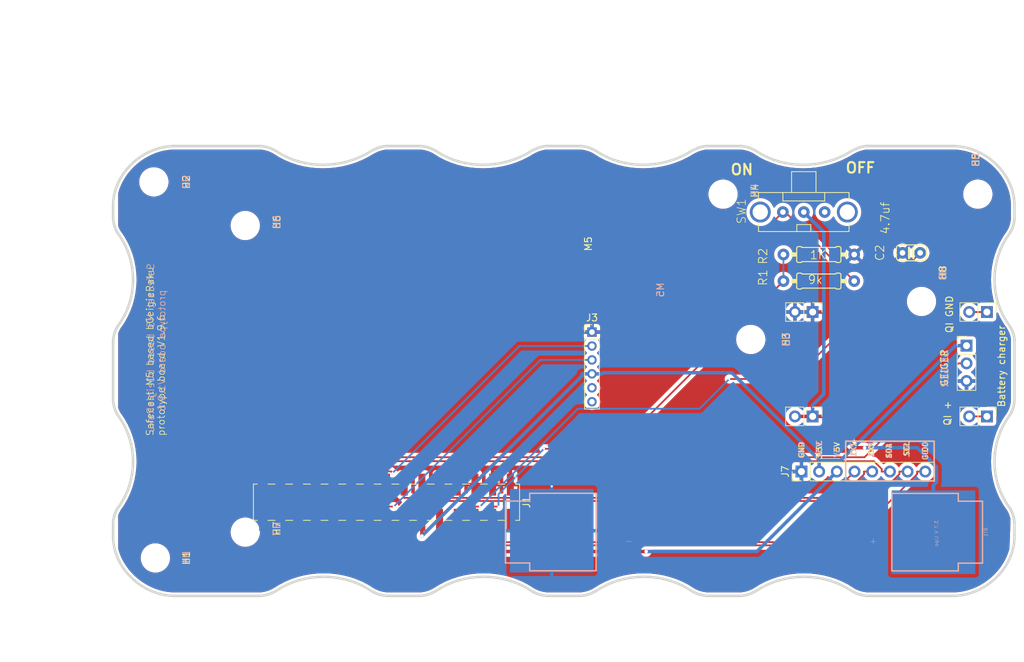
<source format=kicad_pcb>
(kicad_pcb (version 20201220) (generator pcbnew)
  (layers (0 "F.Cu" signal) (31 "B.Cu" signal) (34 "B.Paste" user) (35 "F.Paste" user) (36 "B.SilkS" user "B.Silkscreen") (37 "F.SilkS" user "F.Silkscreen") (38 "B.Mask" user) (39 "F.Mask" user) (44 "Edge.Cuts" user))
  (net 0 "")
  (net 1 "GND")
  (net 2 "Net-(J1-Pad30)")
  (net 3 "/RX2")
  (net 4 "/TX2")
  (net 5 "Net-(J1-Pad4)")
  (net 6 "3.3V")
  (net 7 "5V")
  (net 8 "/GIO0")
  (net 9 "/GIO2")
  (net 10 "/SCL")
  (net 11 "/SDA")
  (net 12 "/RX1")
  (net 13 "/TX1")
  (net 14 "/VBATT")
  (net 15 "/Reset")
  (net 16 "Net-(J9-Pad1)")
  (net 17 "Net-(J10-Pad1)")
  (net 18 "Net-(J1-Pad29)")
  (net 19 "Net-(J1-Pad27)")
  (net 20 "/GIO34")
  (net 21 "Net-(J1-Pad25)")
  (net 22 "Net-(J1-Pad23)")
  (net 23 "/GIO13")
  (net 24 "Net-(J1-Pad21)")
  (net 25 "/GIO5")
  (net 26 "Net-(J1-Pad11)")
  (net 27 "Net-(J1-Pad10)")
  (net 28 "Net-(J1-Pad9)")
  (net 29 "Net-(J1-Pad8)")
  (net 30 "Net-(J1-Pad7)")
  (net 31 "/AD1")
  (net 32 "Net-(SW1-Pad1)")
  (net 33 "Net-(H1-Pad1)")
  (net 34 "Net-(H2-Pad1)")
  (net 35 "Net-(H3-Pad1)")
  (net 36 "Net-(H4-Pad1)")
  (net 37 "Net-(H5-Pad1)")
  (net 38 "Net-(H8-Pad1)")
  (footprint "bGeigieNano V1.1.5:0207_10" (layer "F.Cu") (at 185.903 82.244)
    (fp_text reference "R2")
    (fp_text value "1K")
  )
  (footprint "MountingHole:MountingHole_3.2mm_M3" (layer "F.Cu") (at 90.6526 125.805)
    (fp_text reference "H1")
    (fp_text value "MountingHole_Pad" hide)
  )
  (footprint "Connector_PinHeader_2.54mm:PinHeader_2x15_P2.54mm_Vertical_SMD" (layer "F.Cu") (at 123.833 117.805 -90)
    (fp_text reference "J1")
    (fp_text value "M5 2x15 pin")
  )
  (footprint "Connector_PinHeader_2.54mm:PinHeader_1x02_P2.54mm_Vertical" (layer "F.Cu") (at 210.033 105.485 -90)
    (fp_text reference "J10" hide)
    (fp_text value "QI GND")
  )
  (footprint "Connector_PinHeader_2.00mm:PinHeader_1x06_P2.00mm_Vertical" (layer "F.Cu") (at 153.333 93.38)
    (fp_text reference "J3")
    (fp_text value "GPS")
  )
  (footprint "bGeigieNanoKit V1.1r5a:EG1206" (layer "F.Cu") (at 183.744 76.148 180)
    (fp_text reference "SW1")
    (fp_text value "SW_SPDT" hide)
  )
  (footprint "bGeigieNano V1.1.5:C025-024X044" (layer "F.Cu") (at 199.183 82.005 180)
    (fp_text reference "C2")
    (fp_text value "4.7uf")
  )
  (footprint "MountingHole:MountingHole_3.2mm_M3" (layer "F.Cu") (at 200.645 88.98)
    (fp_text reference "H8")
    (fp_text value "MountingHole_Pad" hide)
  )
  (footprint "MountingHole:MountingHole_3.2mm_M3" (layer "F.Cu") (at 176.134 94.441)
    (fp_text reference "H3")
    (fp_text value "MountingHole_Pad" hide)
  )
  (footprint "Connector_PinHeader_2.54mm:PinHeader_1x02_P2.54mm_Vertical" (layer "F.Cu") (at 210.033 90.499 -90)
    (fp_text reference "J9" hide)
    (fp_text value "QI +")
  )
  (footprint "Connector_PinHeader_2.54mm:PinHeader_1x08_P2.54mm_Vertical" (layer "F.Cu") (at 183.408 113.405 90)
    (fp_text reference "J7")
    (fp_text value "Conn_01x14_Female")
  )
  (footprint "MountingHole:MountingHole_3.2mm_M3" (layer "F.Cu") (at 103.558 78.08)
    (fp_text reference "H6")
    (fp_text value "MountingHole_Pad" hide)
  )
  (footprint "MountingHole:MountingHole_3.2mm_M3" (layer "F.Cu") (at 172.157 73.58)
    (fp_text reference "H4")
    (fp_text value "MountingHole_Pad" hide)
  )
  (footprint "MountingHole:MountingHole_3.2mm_M3" (layer "F.Cu") (at 103.558 122.105)
    (fp_text reference "H7")
    (fp_text value "MountingHole_Pad" hide)
  )
  (footprint "bGeigieNano V1.1.5:0207_10" (layer "F.Cu") (at 185.903 86.054 180)
    (fp_text reference "R1")
    (fp_text value "9k")
  )
  (footprint "Connector_PinHeader_2.54mm:PinHeader_1x03_P2.54mm_Vertical" (layer "F.Cu") (at 207.108 95.33)
    (fp_text reference "J2" hide)
    (fp_text value "Geiger" hide)
  )
  (footprint "MountingHole:MountingHole_3.2mm_M3" (layer "F.Cu") (at 208.733 73.58)
    (fp_text reference "H5")
    (fp_text value "MountingHole_Pad" hide)
  )
  (footprint "Connector_PinHeader_2.54mm:PinHeader_1x02_P2.54mm_Vertical" (layer "F.Cu") (at 185.014 90.499 -90)
    (fp_text reference "J8" hide)
    (fp_text value "QI charger GND" hide)
  )
  (footprint "Connector_PinHeader_2.54mm:PinHeader_1x02_P2.54mm_Vertical" (layer "F.Cu") (at 185.014 105.485 -90)
    (fp_text reference "J11" hide)
    (fp_text value "QI charger Plus" hide)
  )
  (footprint "MountingHole:MountingHole_3.2mm_M3" (layer "F.Cu") (at 90.4338 71.8155)
    (fp_text reference "H2")
    (fp_text value "MountingHole_Pad" hide)
  )
  (footprint "Battery_Holders:BATTERY_18650-HOLDER" (layer "B.Cu") (at 175.158 122.095 180)
    (fp_text reference "BT1")
    (fp_text value " 3.7 V Lipo")
  )
  (gr_line (start 189.7533 114.7511) (end 202.4533 114.7511) (layer "B.SilkS") (width 0.2))
  (gr_line (start 202.4533 114.7511) (end 202.4533 109.0361) (layer "B.SilkS") (width 0.2))
  (gr_line (start 189.7533 109.0361) (end 189.7533 114.7511) (layer "B.SilkS") (width 0.2))
  (gr_line (start 202.4533 109.0361) (end 189.7533 109.0361) (layer "B.SilkS") (width 0.2))
  (gr_line (start 189.7533 114.7511) (end 189.7533 109.0361) (layer "F.SilkS") (width 0.2))
  (gr_line (start 202.4533 114.7511) (end 189.7533 114.7511) (layer "F.SilkS") (width 0.2))
  (gr_line (start 189.7533 109.0361) (end 202.4533 109.0361) (layer "F.SilkS") (width 0.2))
  (gr_line (start 202.4533 109.0361) (end 202.4533 114.7511) (layer "F.SilkS") (width 0.2))
  (gr_line (start 174.598542 131.255408) (end 169.939415 131.255408) (layer "Edge.Cuts") (width 0.358429))
  (gr_line (start 206.704062 66.820288) (end 207.136872 66.916099) (layer "Edge.Cuts") (width 0.358429))
  (gr_line (start 213.353563 79.12514) (end 213.27604 79.248618) (layer "Edge.Cuts") (width 0.358429))
  (gr_line (start 175.634627 66.8298) (end 175.778594 66.871009) (layer "Edge.Cuts") (width 0.358429))
  (gr_line (start 212.77262 79.987178) (end 212.336322 80.760432) (layer "Edge.Cuts") (width 0.358429))
  (gr_line (start 86.387142 70.198077) (end 86.662948 69.864555) (layer "Edge.Cuts") (width 0.358429))
  (gr_line (start 123.523405 131.212382) (end 123.375121 131.188894) (layer "Edge.Cuts") (width 0.358429))
  (gr_line (start 166.893115 67.811427) (end 167.669785 67.351386) (layer "Edge.Cuts") (width 0.358429))
  (gr_line (start 192.923043 66.66561) (end 204.922097 66.66561) (layer "Edge.Cuts") (width 0.358429))
  (gr_line (start 140.505604 69.061518) (end 141.391117 68.838776) (layer "Edge.Cuts") (width 0.358429))
  (gr_line (start 129.95391 66.916514) (end 130.094916 66.966268) (layer "Edge.Cuts") (width 0.358429))
  (gr_line (start 157.165363 129.026995) (end 156.301191 129.316332) (layer "Edge.Cuts") (width 0.358429))
  (gr_line (start 87.583304 128.980165) (end 87.261905 128.686156) (layer "Edge.Cuts") (width 0.358429))
  (gr_line (start 168.621535 66.924171) (end 168.762967 66.875438) (layer "Edge.Cuts") (width 0.358429))
  (gr_line (start 213.276009 118.578193) (end 213.354436 118.701312) (layer "Edge.Cuts") (width 0.358429))
  (gr_line (start 145.492159 130.955261) (end 145.352834 130.901316) (layer "Edge.Cuts") (width 0.358429))
  (gr_line (start 89.774675 67.507295) (end 90.177112 67.329686) (layer "Edge.Cuts") (width 0.358429))
  (gr_line (start 123.972176 131.255408) (end 123.822067 131.245687) (layer "Edge.Cuts") (width 0.358429))
  (gr_line (start 86.127973 70.543379) (end 86.387142 70.198077) (layer "Edge.Cuts") (width 0.358429))
  (gr_line (start 213.29852 72.028294) (end 213.463673 72.422114) (layer "Edge.Cuts") (width 0.358429))
  (gr_line (start 192.033341 66.79081) (end 192.17861 66.755634) (layer "Edge.Cuts") (width 0.358429))
  (gr_line (start 85.27214 72.028521) (end 85.457527 71.643031) (layer "Edge.Cuts") (width 0.358429))
  (gr_line (start 84.663449 74.066829) (end 84.740345 73.646696) (layer "Edge.Cuts") (width 0.358429))
  (gr_line (start 162.603864 128.641225) (end 161.693141 128.544777) (layer "Edge.Cuts") (width 0.358429))
  (gr_line (start 213.946806 77.5044) (end 213.922224 77.646438) (layer "Edge.Cuts") (width 0.358429))
  (gr_line (start 213.353533 105.24985) (end 213.276009 105.373328) (layer "Edge.Cuts") (width 0.358429))
  (gr_line (start 204.922081 131.255561) (end 192.923043 131.255561) (layer "Edge.Cuts") (width 0.358429))
  (gr_line (start 106.82717 131.049689) (end 106.683397 131.091393) (layer "Edge.Cuts") (width 0.358429))
  (gr_line (start 176.200503 130.899278) (end 176.061266 130.953528) (layer "Edge.Cuts") (width 0.358429))
  (gr_line (start 213.557367 92.962764) (end 213.621388 93.093924) (layer "Edge.Cuts") (width 0.358429))
  (gr_line (start 129.66739 66.8298) (end 129.811357 66.871009) (layer "Edge.Cuts") (width 0.358429))
  (gr_line (start 122.654293 66.924171) (end 122.795725 66.875438) (layer "Edge.Cuts") (width 0.358429))
  (gr_line (start 85.009775 104.86657) (end 84.950368 104.734601) (layer "Edge.Cuts") (width 0.358429))
  (gr_line (start 85.272291 125.893244) (end 85.107133 125.49942) (layer "Edge.Cuts") (width 0.358429))
  (gr_line (start 87.308439 113.725364) (end 87.409126 112.852984) (layer "Edge.Cuts") (width 0.358429))
  (gr_line (start 187.358372 68.838776) (end 188.224201 68.555756) (layer "Edge.Cuts") (width 0.358429))
  (gr_line (start 117.521987 69.061518) (end 118.407501 68.838776) (layer "Edge.Cuts") (width 0.358429))
  (gr_line (start 87.409132 111.098306) (end 87.308451 110.225919) (layer "Edge.Cuts") (width 0.358429))
  (gr_line (start 168.903313 131.091657) (end 168.759342 131.050479) (layer "Edge.Cuts") (width 0.358429))
  (gr_line (start 213.77755 78.204902) (end 213.730043 78.341454) (layer "Edge.Cuts") (width 0.358429))
  (gr_line (start 189.876736 67.811425) (end 190.653405 67.351386) (layer "Edge.Cuts") (width 0.358429))
  (gr_line (start 165.253242 129.316349) (end 164.389088 129.027012) (layer "Edge.Cuts") (width 0.358429))
  (gr_line (start 183.748394 69.361712) (end 184.662852 69.323622) (layer "Edge.Cuts") (width 0.358429))
  (gr_line (start 106.827736 66.871009) (end 106.970289 66.916514) (layer "Edge.Cuts") (width 0.358429))
  (gr_line (start 175.921147 66.916514) (end 176.062152 66.966268) (layer "Edge.Cuts") (width 0.358429))
  (gr_line (start 146.955803 131.255408) (end 146.805694 131.245687) (layer "Edge.Cuts") (width 0.358429))
  (gr_line (start 85.554864 92.08868) (end 85.79818 91.714752) (layer "Edge.Cuts") (width 0.358429))
  (gr_line (start 161.693141 128.544777) (end 160.777242 128.512626) (layer "Edge.Cuts") (width 0.358429))
  (gr_line (start 107.523686 67.140555) (end 107.657161 67.206834) (layer "Edge.Cuts") (width 0.358429))
  (gr_line (start 153.216892 130.899278) (end 153.077656 130.953528) (layer "Edge.Cuts") (width 0.358429))
  (gr_line (start 123.672432 131.231329) (end 123.523405 131.212382) (layer "Edge.Cuts") (width 0.358429))
  (gr_line (start 159.850701 69.336985) (end 160.764771 69.361718) (layer "Edge.Cuts") (width 0.358429))
  (gr_line (start 213.981704 103.343018) (end 213.966639 103.486355) (layer "Edge.Cuts") (width 0.358429))
  (gr_line (start 192.772931 131.245839) (end 192.623294 131.231481) (layer "Edge.Cuts") (width 0.358429))
  (gr_line (start 213.730325 73.231941) (end 213.830376 73.646562) (layer "Edge.Cuts") (width 0.358429))
  (gr_line (start 84.840469 124.689592) (end 84.740408 124.274973) (layer "Edge.Cuts") (width 0.358429))
  (gr_line (start 189.075135 129.670135) (end 188.236851 129.316502) (layer "Edge.Cuts") (width 0.358429))
  (gr_line (start 213.562798 119.084326) (end 213.623275 119.21607) (layer "Edge.Cuts") (width 0.358429))
  (gr_line (start 84.610445 123.42979) (end 84.581989 123.000613) (layer "Edge.Cuts") (width 0.358429))
  (gr_line (start 212.336305 90.941603) (end 212.77261 91.71488) (layer "Edge.Cuts") (width 0.358429))
  (gr_line (start 213.991936 94.62757) (end 213.991936 103.199225) (layer "Edge.Cuts") (width 0.358429))
  (gr_line (start 112.076547 69.096503) (end 112.974788 69.248789) (layer "Edge.Cuts") (width 0.358429))
  (gr_line (start 210.987496 68.941403) (end 211.308898 69.235412) (layer "Edge.Cuts") (width 0.358429))
  (gr_line (start 213.607885 125.09784) (end 213.463729 125.499263) (layer "Edge.Cuts") (width 0.358429))
  (gr_line (start 152.35937 66.760462) (end 152.505761 66.792936) (layer "Edge.Cuts") (width 0.358429))
  (gr_line (start 211.430129 114.587896) (end 211.665057 115.435509) (layer "Edge.Cuts") (width 0.358429))
  (gr_line (start 191.746596 66.875443) (end 191.889329 66.830867) (layer "Edge.Cuts") (width 0.358429))
  (gr_line (start 133.315026 68.597101) (end 134.177366 68.879485) (layer "Edge.Cuts") (width 0.358429))
  (gr_line (start 93.648639 66.66561) (end 105.647683 66.66561) (layer "Edge.Cuts") (width 0.358429))
  (gr_line (start 176.201476 67.020224) (end 176.338984 67.078336) (layer "Edge.Cuts") (width 0.358429))
  (gr_line (start 158.050228 128.801956) (end 157.165363 129.026995) (layer "Edge.Cuts") (width 0.358429))
  (gr_line (start 213.426947 78.999409) (end 213.353563 79.12514) (layer "Edge.Cuts") (width 0.358429))
  (gr_line (start 213.426917 105.12412) (end 213.353533 105.24985) (layer "Edge.Cuts") (width 0.358429))
  (gr_line (start 211.665072 89.310803) (end 211.967126 90.138592) (layer "Edge.Cuts") (width 0.358429))
  (gr_line (start 84.845153 104.465406) (end 84.799171 104.328502) (layer "Edge.Cuts") (width 0.358429))
  (gr_line (start 84.648607 94.055482) (end 84.677874 93.914286) (layer "Edge.Cuts") (width 0.358429))
  (gr_line (start 159.861341 128.544771) (end 158.950612 128.641215) (layer "Edge.Cuts") (width 0.358429))
  (gr_line (start 130.771601 130.643361) (end 130.640043 130.712984) (layer "Edge.Cuts") (width 0.358429))
  (gr_line (start 93.648643 131.255439) (end 93.19701 131.252545) (layer "Edge.Cuts") (width 0.358429))
  (gr_line (start 153.355365 67.078336) (end 153.490923 67.140555) (layer "Edge.Cuts") (width 0.358429))
  (gr_line (start 116.636616 128.641225) (end 115.725893 128.544777) (layer "Edge.Cuts") (width 0.358429))
  (gr_line (start 211.309164 128.685977) (end 210.98778 128.98) (layer "Edge.Cuts") (width 0.358429))
  (gr_line (start 106.683397 131.091393) (end 106.538345 131.128722) (layer "Edge.Cuts") (width 0.358429))
  (gr_line (start 84.632041 103.627324) (end 84.610561 103.484881) (layer "Edge.Cuts") (width 0.358429))
  (gr_line (start 152.063686 66.708876) (end 152.211967 66.732427) (layer "Edge.Cuts") (width 0.358429))
  (gr_line (start 213.922224 77.646438) (end 213.892958 77.787635) (layer "Edge.Cuts") (width 0.358429))
  (gr_line (start 212.336322 80.760432) (end 211.967146 81.563424) (layer "Edge.Cuts") (width 0.358429))
  (gr_line (start 151.76503 66.675421) (end 151.914663 66.689859) (layer "Edge.Cuts") (width 0.358429))
  (gr_line (start 153.078532 66.966268) (end 153.217856 67.020224) (layer "Edge.Cuts") (width 0.358429))
  (gr_line (start 174.598542 66.66561) (end 174.74865 66.675421) (layer "Edge.Cuts") (width 0.358429))
  (gr_line (start 89.381999 130.218005) (end 88.99911 130.003707) (layer "Edge.Cuts") (width 0.358429))
  (gr_line (start 208.796087 130.414242) (end 208.393653 130.591828) (layer "Edge.Cuts") (width 0.358429))
  (gr_line (start 204.922173 66.665717) (end 205.373796 66.668673) (layer "Edge.Cuts") (width 0.358429))
  (gr_line (start 85.074671 92.830378) (end 85.143863 92.702523) (layer "Edge.Cuts") (width 0.358429))
  (gr_line (start 212.772594 106.111891) (end 212.3363 106.885145) (layer "Edge.Cuts") (width 0.358429))
  (gr_line (start 129.811357 66.871009) (end 129.95391 66.916514) (layer "Edge.Cuts") (width 0.358429))
  (gr_line (start 84.663492 123.854808) (end 84.610445 123.42979) (layer "Edge.Cuts") (width 0.358429))
  (gr_line (start 84.578853 103.199073) (end 84.578853 94.627387) (layer "Edge.Cuts") (width 0.358429))
  (gr_line (start 84.610561 103.484881) (end 84.592861 103.342077) (layer "Edge.Cuts") (width 0.358429))
  (gr_line (start 151.61493 131.255408) (end 146.955807 131.255408) (layer "Edge.Cuts") (width 0.358429))
  (gr_line (start 107.917321 67.351386) (end 108.688176 67.833688) (layer "Edge.Cuts") (width 0.358429))
  (gr_line (start 211.161654 86.728327) (end 211.262336 87.600714) (layer "Edge.Cuts") (width 0.358429))
  (gr_line (start 153.217856 67.020224) (end 153.355365 67.078336) (layer "Edge.Cuts") (width 0.358429))
  (gr_line (start 107.110412 130.953542) (end 106.969547 131.003706) (layer "Edge.Cuts") (width 0.358429))
  (gr_line (start 129.953167 131.003694) (end 129.81079 131.049678) (layer "Edge.Cuts") (width 0.358429))
  (gr_line (start 113.883453 69.33698) (end 114.797523 69.361712) (layer "Edge.Cuts") (width 0.358429))
  (gr_line (start 213.496113 104.996265) (end 213.426917 105.12412) (layer "Edge.Cuts") (width 0.358429))
  (gr_line (start 151.914663 66.689859) (end 152.063686 66.708876) (layer "Edge.Cuts") (width 0.358429))
  (gr_line (start 105.647683 66.66561) (end 105.797791 66.675421) (layer "Edge.Cuts") (width 0.358429))
  (gr_line (start 213.015934 92.08882) (end 213.27604 92.453467) (layer "Edge.Cuts") (width 0.358429))
  (gr_line (start 169.939423 131.255408) (end 169.789314 131.245687) (layer "Edge.Cuts") (width 0.358429))
  (gr_line (start 84.892572 78.478011) (end 84.843961 78.34212) (layer "Edge.Cuts") (width 0.358429))
  (gr_line (start 175.920401 131.003694) (end 175.778024 131.049678) (layer "Edge.Cuts") (width 0.358429))
  (gr_line (start 211.907576 69.86432) (end 212.183405 70.197834) (layer "Edge.Cuts") (width 0.358429))
  (gr_line (start 167.798671 130.644407) (end 167.669777 130.570136) (layer "Edge.Cuts") (width 0.358429))
  (gr_line (start 87.261905 128.686156) (end 86.954974 128.378285) (layer "Edge.Cuts") (width 0.358429))
  (gr_line (start 86.603668 107.688037) (end 86.234492 106.885022) (layer "Edge.Cuts") (width 0.358429))
  (gr_line (start 191.047009 130.781145) (end 190.913542 130.714861) (layer "Edge.Cuts") (width 0.358429))
  (gr_line (start 92.305327 131.174673) (end 91.866723 131.101081) (layer "Edge.Cuts") (width 0.358429))
  (gr_line (start 167.669777 67.351386) (end 167.934656 67.217566) (layer "Edge.Cuts") (width 0.358429))
  (gr_line (start 213.920831 120.180557) (end 213.945357 120.322656) (layer "Edge.Cuts") (width 0.358429))
  (gr_line (start 213.945675 94.051703) (end 213.96862 94.19384) (layer "Edge.Cuts") (width 0.358429))
  (gr_line (start 121.962678 130.714709) (end 121.831431 130.644407) (layer "Edge.Cuts") (width 0.358429))
  (gr_line (start 145.359037 67.032668) (end 145.497802 66.976702) (layer "Edge.Cuts") (width 0.358429))
  (gr_line (start 213.859058 77.927864) (end 213.820572 78.066996) (layer "Edge.Cuts") (width 0.358429))
  (gr_line (start 146.955796 66.66561) (end 151.614922 66.66561) (layer "Edge.Cuts") (width 0.358429))
  (gr_line (start 87.140629 88.46313) (end 87.308438 87.600662) (layer "Edge.Cuts") (width 0.358429))
  (gr_line (start 211.262335 110.225973) (end 211.161649 111.098353) (layer "Edge.Cuts") (width 0.358429))
  (gr_line (start 84.711775 93.774058) (end 84.75026 93.634928) (layer "Edge.Cuts") (width 0.358429))
  (gr_line (start 169.489205 66.701367) (end 169.638115 66.683002) (layer "Edge.Cuts") (width 0.358429))
  (gr_line (start 185.587471 128.641378) (end 184.676747 128.54493) (layer "Edge.Cuts") (width 0.358429))
  (gr_line (start 146.211357 66.755631) (end 146.357862 66.725697) (layer "Edge.Cuts") (width 0.358429))
  (gr_line (start 106.244728 66.732427) (end 106.392131 66.760462) (layer "Edge.Cuts") (width 0.358429))
  (gr_line (start 191.889329 66.830867) (end 192.033341 66.79081) (layer "Edge.Cuts") (width 0.358429))
  (gr_line (start 152.359375 131.161573) (end 152.212114 131.189864) (layer "Edge.Cuts") (width 0.358429))
  (gr_line (start 106.538345 131.128722) (end 106.392129 131.161579) (layer "Edge.Cuts") (width 0.358429))
  (gr_line (start 133.317569 129.316332) (end 132.479264 129.669968) (layer "Edge.Cuts") (width 0.358429))
  (gr_line (start 84.962952 125.097972) (end 84.840469 124.689592) (layer "Edge.Cuts") (width 0.358429))
  (gr_line (start 84.892726 93.225405) (end 84.949053 93.091947) (layer "Edge.Cuts") (width 0.358429))
  (gr_line (start 123.822067 131.245687) (end 123.672432 131.231329) (layer "Edge.Cuts") (width 0.358429))
  (gr_line (start 89.775017 130.414281) (end 89.381999 130.218005) (layer "Edge.Cuts") (width 0.358429))
  (gr_line (start 146.804569 66.670962) (end 146.955796 66.66561) (layer "Edge.Cuts") (width 0.358429))
  (gr_line (start 84.677874 93.914286) (end 84.711775 93.774058) (layer "Edge.Cuts") (width 0.358429))
  (gr_line (start 167.92992 130.714709) (end 167.798671 130.644407) (layer "Edge.Cuts") (width 0.358429))
  (gr_line (start 155.462885 129.669968) (end 154.655619 130.087902) (layer "Edge.Cuts") (width 0.358429))
  (gr_line (start 152.50559 131.128714) (end 152.359375 131.161573) (layer "Edge.Cuts") (width 0.358429))
  (gr_line (start 85.074673 118.955042) (end 85.143864 118.827187) (layer "Edge.Cuts") (width 0.358429))
  (gr_line (start 85.294767 79.248435) (end 85.213233 79.126453) (layer "Edge.Cuts") (width 0.358429))
  (gr_line (start 140.520612 128.80197) (end 139.620238 128.641225) (layer "Edge.Cuts") (width 0.358429))
  (gr_line (start 191.182563 130.843363) (end 191.047009 130.781145) (layer "Edge.Cuts") (width 0.358429))
  (gr_line (start 128.631302 66.66561) (end 128.781411 66.675421) (layer "Edge.Cuts") (width 0.358429))
  (gr_line (start 135.066605 128.801956) (end 134.18174 129.026995) (layer "Edge.Cuts") (width 0.358429))
  (gr_line (start 87.308451 110.225919) (end 87.140647 109.363441) (layer "Edge.Cuts") (width 0.358429))
  (gr_line (start 211.430158 83.238795) (end 211.262348 84.101264) (layer "Edge.Cuts") (width 0.358429))
  (gr_line (start 85.143863 92.702523) (end 85.217245 92.576793) (layer "Edge.Cuts") (width 0.358429))
  (gr_line (start 209.944037 129.771974) (end 209.572002 130.003622) (layer "Edge.Cuts") (width 0.358429))
  (gr_line (start 145.22164 67.091708) (end 145.359037 67.032668) (layer "Edge.Cuts") (width 0.358429))
  (gr_line (start 213.01594 79.613252) (end 212.77262 79.987178) (layer "Edge.Cuts") (width 0.358429))
  (gr_line (start 211.262336 87.600714) (end 211.430142 88.463192) (layer "Edge.Cuts") (width 0.358429))
  (gr_line (start 211.430142 88.463192) (end 211.665072 89.310803) (layer "Edge.Cuts") (width 0.358429))
  (gr_line (start 132.479264 129.669968) (end 131.671999 130.087902) (layer "Edge.Cuts") (width 0.358429))
  (gr_line (start 85.004509 78.744235) (end 84.945998 78.612121) (layer "Edge.Cuts") (width 0.358429))
  (gr_line (start 212.336285 117.066315) (end 212.772585 117.839598) (layer "Edge.Cuts") (width 0.358429))
  (gr_line (start 130.23424 67.020224) (end 130.371749 67.078336) (layer "Edge.Cuts") (width 0.358429))
  (gr_line (start 84.578853 77.074347) (end 84.578853 75.353476) (layer "Edge.Cuts") (width 0.358429))
  (gr_line (start 191.188892 67.091714) (end 191.32629 67.032675) (layer "Edge.Cuts") (width 0.358429))
  (gr_line (start 85.457527 71.643031) (end 85.662443 71.266548) (layer "Edge.Cuts") (width 0.358429))
  (gr_line (start 84.578849 75.353553) (end 84.581978 74.92095) (layer "Edge.Cuts") (width 0.358429))
  (gr_line (start 158.942036 69.248793) (end 159.850701 69.336985) (layer "Edge.Cuts") (width 0.358429))
  (gr_line (start 122.238023 67.091708) (end 122.375421 67.032668) (layer "Edge.Cuts") (width 0.358429))
  (gr_line (start 186.472859 69.061518) (end 187.358372 68.838776) (layer "Edge.Cuts") (width 0.358429))
  (gr_line (start 85.662443 71.266548) (end 85.886166 70.899767) (layer "Edge.Cuts") (width 0.358429))
  (gr_line (start 136.877717 128.544771) (end 135.966988 128.641215) (layer "Edge.Cuts") (width 0.358429))
  (gr_line (start 86.603646 90.138503) (end 86.905698 89.310729) (layer "Edge.Cuts") (width 0.358429))
  (gr_line (start 213.991936 103.199225) (end 213.981704 103.343018) (layer "Edge.Cuts") (width 0.358429))
  (gr_line (start 84.589098 120.608289) (end 84.604172 120.464952) (layer "Edge.Cuts") (width 0.358429))
  (gr_line (start 85.143864 118.827187) (end 85.217245 118.701457) (layer "Edge.Cuts") (width 0.358429))
  (gr_line (start 213.879879 93.771265) (end 213.915937 93.910835) (layer "Edge.Cuts") (width 0.358429))
  (gr_line (start 86.234493 80.760319) (end 85.798192 79.98704) (layer "Edge.Cuts") (width 0.358429))
  (gr_line (start 86.954974 128.378285) (end 86.663234 128.057244) (layer "Edge.Cuts") (width 0.358429))
  (gr_line (start 205.37385 131.252682) (end 204.922158 131.255591) (layer "Edge.Cuts") (width 0.358429))
  (gr_line (start 213.96862 94.19384) (end 213.984296 94.337217) (layer "Edge.Cuts") (width 0.358429))
  (gr_line (start 152.937527 66.916514) (end 153.078532 66.966268) (layer "Edge.Cuts") (width 0.358429))
  (gr_line (start 106.244867 131.189868) (end 106.096675 131.213492) (layer "Edge.Cuts") (width 0.358429))
  (gr_line (start 168.342661 67.032668) (end 168.481425 66.976702) (layer "Edge.Cuts") (width 0.358429))
  (gr_line (start 189.882375 130.088064) (end 189.075135 129.670135) (layer "Edge.Cuts") (width 0.358429))
  (gr_line (start 209.571675 67.917837) (end 209.943716 68.149473) (layer "Edge.Cuts") (width 0.358429))
  (gr_line (start 192.472831 66.701369) (end 192.62174 66.683003) (layer "Edge.Cuts") (width 0.358429))
  (gr_line (start 135.966988 128.641215) (end 135.066605 128.801956) (layer "Edge.Cuts") (width 0.358429))
  (gr_line (start 143.90948 67.811425) (end 144.68615 67.351386) (layer "Edge.Cuts") (width 0.358429))
  (gr_line (start 129.522144 66.792936) (end 129.66739 66.8298) (layer "Edge.Cuts") (width 0.358429))
  (gr_line (start 175.047306 66.708876) (end 175.195586 66.732427) (layer "Edge.Cuts") (width 0.358429))
  (gr_line (start 129.81079 131.049678) (end 129.667017 131.091383) (layer "Edge.Cuts") (width 0.358429))
  (gr_line (start 85.107133 125.49942) (end 84.962952 125.097972) (layer "Edge.Cuts") (width 0.358429))
  (gr_line (start 120.925867 67.811425) (end 121.702538 67.351386) (layer "Edge.Cuts") (width 0.358429))
  (gr_line (start 108.688176 67.833688) (end 109.494544 68.248714) (layer "Edge.Cuts") (width 0.358429))
  (gr_line (start 144.686154 67.351386) (end 144.951032 67.217566) (layer "Edge.Cuts") (width 0.358429))
  (gr_line (start 84.740408 124.274973) (end 84.663492 123.854808) (layer "Edge.Cuts") (width 0.358429))
  (gr_line (start 84.843961 78.34212) (end 84.799897 78.204661) (layer "Edge.Cuts") (width 0.358429))
  (gr_line (start 213.276009 105.373328) (end 213.015911 105.737963) (layer "Edge.Cuts") (width 0.358429))
  (gr_line (start 206.265464 66.746651) (end 206.704062 66.820288) (layer "Edge.Cuts") (width 0.358429))
  (gr_line (start 120.114459 68.213093) (end 120.925867 67.811425) (layer "Edge.Cuts") (width 0.358429))
  (gr_line (start 168.06339 130.780992) (end 167.92992 130.714709) (layer "Edge.Cuts") (width 0.358429))
  (gr_line (start 84.663741 77.643453) (end 84.638384 77.50138) (layer "Edge.Cuts") (width 0.358429))
  (gr_line (start 85.457702 126.278749) (end 85.272291 125.893244) (layer "Edge.Cuts") (width 0.358429))
  (gr_line (start 153.755221 130.643361) (end 153.623664 130.712984) (layer "Edge.Cuts") (width 0.358429))
  (gr_line (start 130.640783 67.206834) (end 130.772042 67.277127) (layer "Edge.Cuts") (width 0.358429))
  (gr_line (start 156.301191 129.316332) (end 155.462885 129.669968) (layer "Edge.Cuts") (width 0.358429))
  (gr_line (start 85.662642 126.655243) (end 85.457702 126.278749) (layer "Edge.Cuts") (width 0.358429))
  (gr_line (start 158.950612 128.641215) (end 158.050228 128.801956) (layer "Edge.Cuts") (width 0.358429))
  (gr_line (start 176.338984 67.078336) (end 176.474543 67.140555) (layer "Edge.Cuts") (width 0.358429))
  (gr_line (start 84.578853 120.752082) (end 84.589098 120.608289) (layer "Edge.Cuts") (width 0.358429))
  (gr_line (start 122.514185 66.976702) (end 122.654293 66.924171) (layer "Edge.Cuts") (width 0.358429))
  (gr_line (start 179.284795 129.316484) (end 178.446489 129.67012) (layer "Edge.Cuts") (width 0.358429))
  (gr_line (start 153.884568 130.570136) (end 153.755221 130.643361) (layer "Edge.Cuts") (width 0.358429))
  (gr_line (start 211.308898 69.235412) (end 211.615833 69.543281) (layer "Edge.Cuts") (width 0.358429))
  (gr_line (start 107.522769 130.77892) (end 107.387139 130.841052) (layer "Edge.Cuts") (width 0.358429))
  (gr_line (start 91.866723 131.101081) (end 91.43391 131.005309) (layer "Edge.Cuts") (width 0.358429))
  (gr_line (start 213.113112 71.642793) (end 213.29852 72.028294) (layer "Edge.Cuts") (width 0.358429))
  (gr_line (start 175.195586 66.732427) (end 175.342989 66.760462) (layer "Edge.Cuts") (width 0.358429))
  (gr_line (start 131.671999 130.087902) (end 130.900948 130.570136) (layer "Edge.Cuts") (width 0.358429))
  (gr_line (start 211.16166 84.973646) (end 211.128095 85.850985) (layer "Edge.Cuts") (width 0.358429))
  (gr_line (start 213.891808 120.03925) (end 213.920831 120.180557) (layer "Edge.Cuts") (width 0.358429))
  (gr_line (start 129.375749 131.161573) (end 129.228487 131.189864) (layer "Edge.Cuts") (width 0.358429))
  (gr_line (start 177.639043 67.833688) (end 178.445411 68.248714) (layer "Edge.Cuts") (width 0.358429))
  (gr_line (start 213.463673 72.422114) (end 213.607849 72.823561) (layer "Edge.Cuts") (width 0.358429))
  (gr_line (start 145.497802 66.976702) (end 145.637911 66.924171) (layer "Edge.Cuts") (width 0.358429))
  (gr_line (start 210.304494 129.523692) (end 209.944037 129.771974) (layer "Edge.Cuts") (width 0.358429))
  (gr_line (start 175.778594 66.871009) (end 175.921147 66.916514) (layer "Edge.Cuts") (width 0.358429))
  (gr_line (start 88.99911 130.003707) (end 88.627073 129.772082) (layer "Edge.Cuts") (width 0.358429))
  (gr_line (start 84.75026 93.634928) (end 84.79328 93.497023) (layer "Edge.Cuts") (width 0.358429))
  (gr_line (start 91.433656 66.916049) (end 91.866506 66.82021) (layer "Edge.Cuts") (width 0.358429))
  (gr_line (start 121.702538 130.570136) (end 120.931516 130.087912) (layer "Edge.Cuts") (width 0.358429))
  (gr_line (start 107.387139 130.841052) (end 107.249648 130.899291) (layer "Edge.Cuts") (width 0.358429))
  (gr_line (start 166.081707 68.213098) (end 166.893115 67.811427) (layer "Edge.Cuts") (width 0.358429))
  (gr_line (start 205.821801 66.695882) (end 206.265464 66.746651) (layer "Edge.Cuts") (width 0.358429))
  (gr_line (start 213.858288 119.898877) (end 213.891808 120.03925) (layer "Edge.Cuts") (width 0.358429))
  (gr_line (start 213.907273 123.854787) (end 213.83038 124.274909) (layer "Edge.Cuts") (width 0.358429))
  (gr_line (start 121.967416 67.217566) (end 122.238023 67.091708) (layer "Edge.Cuts") (width 0.358429))
  (gr_line (start 178.445411 68.248714) (end 179.282275 68.597101) (layer "Edge.Cuts") (width 0.358429))
  (gr_line (start 207.982234 67.171474) (end 208.39334 67.329652) (layer "Edge.Cuts") (width 0.358429))
  (gr_line (start 128.781411 66.675421) (end 128.931044 66.689859) (layer "Edge.Cuts") (width 0.358429))
  (gr_line (start 176.062152 66.966268) (end 176.201476 67.020224) (layer "Edge.Cuts") (width 0.358429))
  (gr_line (start 168.475777 130.955261) (end 168.336452 130.901316) (layer "Edge.Cuts") (width 0.358429))
  (gr_line (start 134.18174 129.026995) (end 133.317569 129.316332) (layer "Edge.Cuts") (width 0.358429))
  (gr_line (start 213.777762 119.621512) (end 213.820272 119.759583) (layer "Edge.Cuts") (width 0.358429))
  (gr_line (start 145.079772 130.780992) (end 144.946303 130.714709) (layer "Edge.Cuts") (width 0.358429))
  (gr_line (start 207.982532 130.750006) (end 207.563446 130.888083) (layer "Edge.Cuts") (width 0.358429))
  (gr_line (start 107.249648 130.899291) (end 107.110412 130.953542) (layer "Edge.Cuts") (width 0.358429))
  (gr_line (start 115.725893 128.544777) (end 114.809994 128.512626) (layer "Edge.Cuts") (width 0.358429))
  (gr_line (start 111.193748 68.879485) (end 112.076547 69.096503) (layer "Edge.Cuts") (width 0.358429))
  (gr_line (start 92.748996 131.225392) (end 92.305327 131.174673) (layer "Edge.Cuts") (width 0.358429))
  (gr_line (start 213.27604 79.248618) (end 213.01594 79.613252) (layer "Edge.Cuts") (width 0.358429))
  (gr_line (start 152.794415 131.049678) (end 152.650642 131.091383) (layer "Edge.Cuts") (width 0.358429))
  (gr_line (start 85.073832 104.996572) (end 85.009775 104.86657) (layer "Edge.Cuts") (width 0.358429))
  (gr_line (start 190.653405 67.351386) (end 190.918283 67.217571) (layer "Edge.Cuts") (width 0.358429))
  (gr_line (start 84.604172 120.464952) (end 84.624027 120.322199) (layer "Edge.Cuts") (width 0.358429))
  (gr_line (start 208.795764 67.507234) (end 209.188784 67.703527) (layer "Edge.Cuts") (width 0.358429))
  (gr_line (start 144.951032 67.217566) (end 145.22164 67.091708) (layer "Edge.Cuts") (width 0.358429))
  (gr_line (start 105.947424 66.689859) (end 106.096448 66.708876) (layer "Edge.Cuts") (width 0.358429))
  (gr_line (start 111.198116 129.026995) (end 110.333944 129.316332) (layer "Edge.Cuts") (width 0.358429))
  (gr_line (start 166.091525 129.669983) (end 165.253242 129.316349) (layer "Edge.Cuts") (width 0.358429))
  (gr_line (start 87.409132 84.973598) (end 87.308451 84.101211) (layer "Edge.Cuts") (width 0.358429))
  (gr_line (start 160.777242 128.512626) (end 159.861341 128.544771) (layer "Edge.Cuts") (width 0.358429))
  (gr_line (start 86.603669 81.563331) (end 86.234493 80.760319) (layer "Edge.Cuts") (width 0.358429))
  (gr_line (start 115.71198 69.323622) (end 116.621808 69.223345) (layer "Edge.Cuts") (width 0.358429))
  (gr_line (start 87.14063 114.587831) (end 87.308439 113.725364) (layer "Edge.Cuts") (width 0.358429))
  (gr_line (start 213.730343 124.689491) (end 213.607885 125.09784) (layer "Edge.Cuts") (width 0.358429))
  (gr_line (start 192.325114 66.7257) (end 192.472831 66.701369) (layer "Edge.Cuts") (width 0.358429))
  (gr_line (start 91.43391 131.005309) (end 91.00761 130.888049) (layer "Edge.Cuts") (width 0.358429))
  (gr_line (start 130.640043 130.712984) (end 130.506391 130.778909) (layer "Edge.Cuts") (width 0.358429))
  (gr_line (start 85.798192 106.11174) (end 85.55487 105.737797) (layer "Edge.Cuts") (width 0.358429))
  (gr_line (start 84.760111 78.065851) (end 84.724336 77.925903) (layer "Edge.Cuts") (width 0.358429))
  (gr_line (start 176.607276 130.712984) (end 176.473624 130.778909) (layer "Edge.Cuts") (width 0.358429))
  (gr_line (start 85.217245 118.701457) (end 85.294767 118.577979) (layer "Edge.Cuts") (width 0.358429))
  (gr_line (start 129.080295 131.213489) (end 128.931289 131.232353) (layer "Edge.Cuts") (width 0.358429))
  (gr_line (start 211.967146 81.563424) (end 211.665091 82.391197) (layer "Edge.Cuts") (width 0.358429))
  (gr_line (start 85.886166 70.899767) (end 86.127973 70.543379) (layer "Edge.Cuts") (width 0.358429))
  (gr_line (start 189.065329 68.213093) (end 189.876736 67.811425) (layer "Edge.Cuts") (width 0.358429))
  (gr_line (start 122.795725 66.875438) (end 122.938457 66.830862) (layer "Edge.Cuts") (width 0.358429))
  (gr_line (start 131.671795 67.833688) (end 132.478163 68.248714) (layer "Edge.Cuts") (width 0.358429))
  (gr_line (start 84.740345 73.646696) (end 84.840386 73.232106) (layer "Edge.Cuts") (width 0.358429))
  (gr_line (start 107.917325 130.570136) (end 107.787978 130.643366) (layer "Edge.Cuts") (width 0.358429))
  (gr_line (start 123.227738 66.755631) (end 123.374242 66.725697) (layer "Edge.Cuts") (width 0.358429))
  (gr_line (start 190.913542 130.714861) (end 190.782296 130.64456) (layer "Edge.Cuts") (width 0.358429))
  (gr_line (start 169.049712 66.790806) (end 169.194982 66.755631) (layer "Edge.Cuts") (width 0.358429))
  (gr_line (start 181.925658 69.248789) (end 182.834323 69.33698) (layer "Edge.Cuts") (width 0.358429))
  (gr_line (start 192.32598 131.189046) (end 192.178571 131.161064) (layer "Edge.Cuts") (width 0.358429))
  (gr_line (start 107.656421 130.712993) (end 107.522769 130.77892) (layer "Edge.Cuts") (width 0.358429))
  (gr_line (start 213.621767 78.609982) (end 213.561099 78.741701) (layer "Edge.Cuts") (width 0.358429))
  (gr_line (start 211.967109 116.2633) (end 212.336285 117.066315) (layer "Edge.Cuts") (width 0.358429))
  (gr_line (start 84.711782 119.89873) (end 84.750267 119.759598) (layer "Edge.Cuts") (width 0.358429))
  (gr_line (start 169.788195 66.670962) (end 169.939423 66.66561) (layer "Edge.Cuts") (width 0.358429))
  (gr_line (start 153.354383 130.841039) (end 153.216892 130.899278) (layer "Edge.Cuts") (width 0.358429))
  (gr_line (start 123.374242 66.725697) (end 123.52196 66.701367) (layer "Edge.Cuts") (width 0.358429))
  (gr_line (start 162.589056 69.223352) (end 163.489236 69.061525) (layer "Edge.Cuts") (width 0.358429))
  (gr_line (start 179.282275 68.597101) (end 180.144616 68.879485) (layer "Edge.Cuts") (width 0.358429))
  (gr_line (start 211.907798 128.057043) (end 211.616077 128.378093) (layer "Edge.Cuts") (width 0.358429))
  (gr_line (start 128.631302 131.255408) (end 123.97218 131.255408) (layer "Edge.Cuts") (width 0.358429))
  (gr_line (start 209.943716 68.149473) (end 210.304182 68.397741) (layer "Edge.Cuts") (width 0.358429))
  (gr_line (start 112.082981 128.801956) (end 111.198116 129.026995) (layer "Edge.Cuts") (width 0.358429))
  (gr_line (start 141.405462 129.027012) (end 140.520612 128.80197) (layer "Edge.Cuts") (width 0.358429))
  (gr_line (start 183.760848 128.512778) (end 182.844946 128.544924) (layer "Edge.Cuts") (width 0.358429))
  (gr_line (start 213.99186 122.568122) (end 213.988736 123.000701) (layer "Edge.Cuts") (width 0.358429))
  (gr_line (start 181.934217 128.641367) (end 181.033833 128.802108) (layer "Edge.Cuts") (width 0.358429))
  (gr_line (start 122.375421 67.032668) (end 122.514185 66.976702) (layer "Edge.Cuts") (width 0.358429))
  (gr_line (start 175.489199 131.128714) (end 175.342984 131.161573) (layer "Edge.Cuts") (width 0.358429))
  (gr_line (start 153.884568 67.351386) (end 154.655423 67.833688) (layer "Edge.Cuts") (width 0.358429))
  (gr_line (start 213.561099 78.741701) (end 213.496142 78.871553) (layer "Edge.Cuts") (width 0.358429))
  (gr_line (start 146.507032 131.212382) (end 146.358748 131.188894) (layer "Edge.Cuts") (width 0.358429))
  (gr_line (start 86.9057 115.435428) (end 87.14063 114.587831) (layer "Edge.Cuts") (width 0.358429))
  (gr_line (start 114.797523 69.361712) (end 115.71198 69.323622) (layer "Edge.Cuts") (width 0.358429))
  (gr_line (start 213.015911 105.737963) (end 212.772594 106.111891) (layer "Edge.Cuts") (width 0.358429))
  (gr_line (start 213.988753 74.920942) (end 213.991875 75.353598) (layer "Edge.Cuts") (width 0.358429))
  (gr_line (start 205.373796 66.668673) (end 205.821801 66.695882) (layer "Edge.Cuts") (width 0.358429))
  (gr_line (start 181.027416 69.096503) (end 181.925658 69.248789) (layer "Edge.Cuts") (width 0.358429))
  (gr_line (start 121.831431 130.644407) (end 121.702538 130.570136) (layer "Edge.Cuts") (width 0.358429))
  (gr_line (start 91.00761 130.888049) (end 90.588545 130.749996) (layer "Edge.Cuts") (width 0.358429))
  (gr_line (start 213.94679 103.629108) (end 213.922207 103.771148) (layer "Edge.Cuts") (width 0.358429))
  (gr_line (start 84.657387 103.769245) (end 84.632041 103.627324) (layer "Edge.Cuts") (width 0.358429))
  (gr_line (start 213.738529 93.360641) (end 213.790701 93.496138) (layer "Edge.Cuts") (width 0.358429))
  (gr_line (start 166.898764 130.087912) (end 166.091525 129.669983) (layer "Edge.Cuts") (width 0.358429))
  (gr_line (start 145.922076 66.830862) (end 146.066088 66.790806) (layer "Edge.Cuts") (width 0.358429))
  (gr_line (start 178.446489 129.67012) (end 177.639224 130.088055) (layer "Edge.Cuts") (width 0.358429))
  (gr_line (start 206.265631 131.174773) (end 205.821916 131.225512) (layer "Edge.Cuts") (width 0.358429))
  (gr_line (start 119.285994 129.316349) (end 118.42184 129.027012) (layer "Edge.Cuts") (width 0.358429))
  (gr_line (start 129.228487 131.189864) (end 129.080295 131.213489) (layer "Edge.Cuts") (width 0.358429))
  (gr_line (start 139.620238 128.641225) (end 138.709516 128.544777) (layer "Edge.Cuts") (width 0.358429))
  (gr_line (start 128.781586 131.246358) (end 128.631302 131.255408) (layer "Edge.Cuts") (width 0.358429))
  (gr_line (start 85.107006 72.422325) (end 85.27214 72.028521) (layer "Edge.Cuts") (width 0.358429))
  (gr_line (start 84.589095 94.483599) (end 84.604168 94.340267) (layer "Edge.Cuts") (width 0.358429))
  (gr_line (start 213.777527 104.329615) (end 213.730018 104.466167) (layer "Edge.Cuts") (width 0.358429))
  (gr_line (start 212.183604 127.723519) (end 211.907798 128.057043) (layer "Edge.Cuts") (width 0.358429))
  (gr_line (start 213.730018 104.466167) (end 213.678073 104.601237) (layer "Edge.Cuts") (width 0.358429))
  (gr_line (start 107.787978 130.643366) (end 107.656421 130.712993) (layer "Edge.Cuts") (width 0.358429))
  (gr_line (start 152.505761 66.792936) (end 152.651007 66.8298) (layer "Edge.Cuts") (width 0.358429))
  (gr_line (start 85.068373 78.874138) (end 85.004509 78.744235) (layer "Edge.Cuts") (width 0.358429))
  (gr_line (start 213.837976 93.633023) (end 213.879879 93.771265) (layer "Edge.Cuts") (width 0.358429))
  (gr_line (start 208.393653 130.591828) (end 207.982532 130.750006) (layer "Edge.Cuts") (width 0.358429))
  (gr_line (start 93.19701 131.252545) (end 92.748996 131.225392) (layer "Edge.Cuts") (width 0.358429))
  (gr_line (start 213.490345 92.833108) (end 213.557367 92.962764) (layer "Edge.Cuts") (width 0.358429))
  (gr_line (start 86.954671 69.543506) (end 87.261586 69.235623) (layer "Edge.Cuts") (width 0.358429))
  (gr_line (start 213.82055 104.191709) (end 213.777527 104.329615) (layer "Edge.Cuts") (width 0.358429))
  (gr_line (start 191.742954 131.050631) (end 191.600398 131.00515) (layer "Edge.Cuts") (width 0.358429))
  (gr_line (start 87.308438 87.600662) (end 87.409125 86.728279) (layer "Edge.Cuts") (width 0.358429))
  (gr_line (start 84.840785 93.360473) (end 84.892726 93.225405) (layer "Edge.Cuts") (width 0.358429))
  (gr_line (start 84.581978 74.92095) (end 84.610419 74.491812) (layer "Edge.Cuts") (width 0.358429))
  (gr_line (start 213.463729 125.499263) (end 213.298597 125.893066) (layer "Edge.Cuts") (width 0.358429))
  (gr_line (start 144.815055 130.644407) (end 144.686161 130.570136) (layer "Edge.Cuts") (width 0.358429))
  (gr_line (start 213.679262 119.349612) (end 213.730758 119.484807) (layer "Edge.Cuts") (width 0.358429))
  (gr_line (start 117.536989 128.80197) (end 116.636616 128.641225) (layer "Edge.Cuts") (width 0.358429))
  (gr_line (start 213.965384 120.465403) (end 213.980911 120.608654) (layer "Edge.Cuts") (width 0.358429))
  (gr_line (start 85.798181 117.839447) (end 86.234475 117.066192) (layer "Edge.Cuts") (width 0.358429))
  (gr_line (start 88.266611 129.52382) (end 87.918447 129.259617) (layer "Edge.Cuts") (width 0.358429))
  (gr_line (start 88.626718 68.149608) (end 88.998756 67.917949) (layer "Edge.Cuts") (width 0.358429))
  (gr_line (start 85.554864 118.213374) (end 85.798181 117.839447) (layer "Edge.Cuts") (width 0.358429))
  (gr_line (start 128.931289 131.232353) (end 128.781586 131.246358) (layer "Edge.Cuts") (width 0.358429))
  (gr_line (start 169.341487 66.725697) (end 169.489205 66.701367) (layer "Edge.Cuts") (width 0.358429))
  (gr_line (start 160.764771 69.361718) (end 161.679229 69.323628) (layer "Edge.Cuts") (width 0.358429))
  (gr_line (start 116.621808 69.223345) (end 117.521987 69.061518) (layer "Edge.Cuts") (width 0.358429))
  (gr_line (start 213.960314 74.491755) (end 213.988753 74.920942) (layer "Edge.Cuts") (width 0.358429))
  (gr_line (start 92.748873 66.69575) (end 93.196944 66.668515) (layer "Edge.Cuts") (width 0.358429))
  (gr_line (start 146.50558 66.701367) (end 146.654489 66.683002) (layer "Edge.Cuts") (width 0.358429))
  (gr_line (start 213.820272 119.759583) (end 213.858288 119.898877) (layer "Edge.Cuts") (width 0.358429))
  (gr_line (start 161.679229 69.323628) (end 162.589056 69.223352) (layer "Edge.Cuts") (width 0.358429))
  (gr_line (start 84.578853 122.567939) (end 84.578853 120.752082) (layer "Edge.Cuts") (width 0.358429))
  (gr_line (start 146.656059 131.231329) (end 146.507032 131.212382) (layer "Edge.Cuts") (width 0.358429))
  (gr_line (start 122.096147 130.780992) (end 121.962678 130.714709) (layer "Edge.Cuts") (width 0.358429))
  (gr_line (start 106.096675 131.213492) (end 105.94767 131.232354) (layer "Edge.Cuts") (width 0.358429))
  (gr_line (start 88.627073 129.772082) (end 88.266611 129.52382) (layer "Edge.Cuts") (width 0.358429))
  (gr_line (start 109.495639 129.669968) (end 108.688374 130.087902) (layer "Edge.Cuts") (width 0.358429))
  (gr_line (start 84.950368 104.734601) (end 84.895523 104.600826) (layer "Edge.Cuts") (width 0.358429))
  (gr_line (start 87.44269 85.85094) (end 87.409132 84.973598) (layer "Edge.Cuts") (width 0.358429))
  (gr_line (start 108.688374 130.087902) (end 107.917323 130.570136) (layer "Edge.Cuts") (width 0.358429))
  (gr_line (start 87.409126 112.852984) (end 87.44269 111.975646) (layer "Edge.Cuts") (width 0.358429))
  (gr_line (start 152.936792 131.003694) (end 152.794415 131.049678) (layer "Edge.Cuts") (width 0.358429))
  (gr_line (start 153.490923 67.140555) (end 153.624398 67.206834) (layer "Edge.Cuts") (width 0.358429))
  (gr_line (start 191.605164 66.924178) (end 191.746596 66.875443) (layer "Edge.Cuts") (width 0.358429))
  (gr_line (start 87.140647 109.363441) (end 86.905719 108.515829) (layer "Edge.Cuts") (width 0.358429))
  (gr_line (start 142.269615 129.316349) (end 141.405462 129.027012) (layer "Edge.Cuts") (width 0.358429))
  (gr_line (start 138.695597 69.323622) (end 139.605425 69.223345) (layer "Edge.Cuts") (width 0.358429))
  (gr_line (start 211.665057 115.435509) (end 211.967109 116.2633) (layer "Edge.Cuts") (width 0.358429))
  (gr_line (start 165.240579 68.555761) (end 166.081707 68.213098) (layer "Edge.Cuts") (width 0.358429))
  (gr_line (start 85.009718 92.960229) (end 85.074671 92.830378) (layer "Edge.Cuts") (width 0.358429))
  (gr_line (start 107.388127 67.078336) (end 107.523686 67.140555) (layer "Edge.Cuts") (width 0.358429))
  (gr_line (start 176.473624 130.778909) (end 176.337994 130.841039) (layer "Edge.Cuts") (width 0.358429))
  (gr_line (start 135.060165 69.096503) (end 135.958406 69.248789) (layer "Edge.Cuts") (width 0.358429))
  (gr_line (start 119.273331 68.555756) (end 120.114459 68.213093) (layer "Edge.Cuts") (width 0.358429))
  (gr_line (start 136.86707 69.33698) (end 137.78114 69.361712) (layer "Edge.Cuts") (width 0.358429))
  (gr_line (start 84.750267 119.759598) (end 84.793286 119.621692) (layer "Edge.Cuts") (width 0.358429))
  (gr_line (start 212.908298 126.65504) (end 212.684576 127.021824) (layer "Edge.Cuts") (width 0.358429))
  (gr_line (start 84.624027 120.322199) (end 84.648613 120.180159) (layer "Edge.Cuts") (width 0.358429))
  (gr_line (start 114.809994 128.512626) (end 113.894093 128.544771) (layer "Edge.Cuts") (width 0.358429))
  (gr_line (start 86.387407 127.723726) (end 86.128218 127.378424) (layer "Edge.Cuts") (width 0.358429))
  (gr_line (start 107.788419 67.277127) (end 107.917325 67.351386) (layer "Edge.Cuts") (width 0.358429))
  (gr_line (start 211.128095 85.850985) (end 211.161654 86.728327) (layer "Edge.Cuts") (width 0.358429))
  (gr_line (start 192.17861 66.755634) (end 192.325114 66.7257) (layer "Edge.Cuts") (width 0.358429))
  (gr_line (start 207.563446 130.888083) (end 207.137119 131.005365) (layer "Edge.Cuts") (width 0.358429))
  (gr_line (start 145.633166 131.004998) (end 145.492159 130.955261) (layer "Edge.Cuts") (width 0.358429))
  (gr_line (start 105.797791 66.675421) (end 105.947424 66.689859) (layer "Edge.Cuts") (width 0.358429))
  (gr_line (start 86.128218 127.378424) (end 85.886388 127.022032) (layer "Edge.Cuts") (width 0.358429))
  (gr_line (start 207.563171 67.033392) (end 207.982234 67.171474) (layer "Edge.Cuts") (width 0.358429))
  (gr_line (start 213.354436 118.701312) (end 213.428377 118.826803) (layer "Edge.Cuts") (width 0.358429))
  (gr_line (start 129.228349 66.732427) (end 129.375752 66.760462) (layer "Edge.Cuts") (width 0.358429))
  (gr_line (start 146.654489 66.683002) (end 146.804569 66.670962) (layer "Edge.Cuts") (width 0.358429))
  (gr_line (start 123.52196 66.701367) (end 123.67087 66.683002) (layer "Edge.Cuts") (width 0.358429))
  (gr_line (start 169.789314 131.245687) (end 169.639679 131.231329) (layer "Edge.Cuts") (width 0.358429))
  (gr_line (start 112.974788 69.248789) (end 113.883453 69.33698) (layer "Edge.Cuts") (width 0.358429))
  (gr_line (start 84.799897 78.204661) (end 84.760111 78.065851) (layer "Edge.Cuts") (width 0.358429))
  (gr_line (start 123.227713 131.160912) (end 123.081317 131.128483) (layer "Edge.Cuts") (width 0.358429))
  (gr_line (start 207.136872 66.916099) (end 207.563171 67.033392) (layer "Edge.Cuts") (width 0.358429))
  (gr_line (start 85.798192 79.98704) (end 85.55487 79.613099) (layer "Edge.Cuts") (width 0.358429))
  (gr_line (start 86.234475 117.066192) (end 86.603648 116.263201) (layer "Edge.Cuts") (width 0.358429))
  (gr_line (start 174.898283 66.689859) (end 175.047306 66.708876) (layer "Edge.Cuts") (width 0.358429))
  (gr_line (start 122.369208 130.901316) (end 122.231701 130.843211) (layer "Edge.Cuts") (width 0.358429))
  (gr_line (start 87.582971 68.941599) (end 87.918103 68.662126) (layer "Edge.Cuts") (width 0.358429))
  (gr_line (start 137.78114 69.361712) (end 138.695597 69.323622) (layer "Edge.Cuts") (width 0.358429))
  (gr_line (start 143.915137 130.087912) (end 143.107898 129.669983) (layer "Edge.Cuts") (width 0.358429))
  (gr_line (start 185.572679 69.223345) (end 186.472859 69.061518) (layer "Edge.Cuts") (width 0.358429))
  (gr_line (start 123.081317 131.128483) (end 122.936066 131.091657) (layer "Edge.Cuts") (width 0.358429))
  (gr_line (start 123.820949 66.670962) (end 123.972176 66.66561) (layer "Edge.Cuts") (width 0.358429))
  (gr_line (start 145.775722 131.050479) (end 145.633166 131.004998) (layer "Edge.Cuts") (width 0.358429))
  (gr_line (start 153.623664 130.712984) (end 153.490012 130.778909) (layer "Edge.Cuts") (width 0.358429))
  (gr_line (start 130.094916 66.966268) (end 130.23424 67.020224) (layer "Edge.Cuts") (width 0.358429))
  (gr_line (start 90.588545 130.749996) (end 90.17744 130.591843) (layer "Edge.Cuts") (width 0.358429))
  (gr_line (start 191.32629 67.032675) (end 191.465054 66.976708) (layer "Edge.Cuts") (width 0.358429))
  (gr_line (start 84.624021 94.197518) (end 84.648607 94.055482) (layer "Edge.Cuts") (width 0.358429))
  (gr_line (start 213.420795 92.704988) (end 213.490345 92.833108) (layer "Edge.Cuts") (width 0.358429))
  (gr_line (start 87.918447 129.259617) (end 87.583304 128.980165) (layer "Edge.Cuts") (width 0.358429))
  (gr_line (start 213.981719 77.218318) (end 213.966655 77.361651) (layer "Edge.Cuts") (width 0.358429))
  (gr_line (start 177.639224 130.088055) (end 176.868172 130.570289) (layer "Edge.Cuts") (width 0.358429))
  (gr_line (start 84.638384 77.50138) (end 84.615962 77.359028) (layer "Edge.Cuts") (width 0.358429))
  (gr_line (start 106.538523 66.792936) (end 106.683769 66.8298) (layer "Edge.Cuts") (width 0.358429))
  (gr_line (start 181.033833 128.802108) (end 180.148967 129.027147) (layer "Edge.Cuts") (width 0.358429))
  (gr_line (start 86.905698 89.310729) (end 87.140629 88.46313) (layer "Edge.Cuts") (width 0.358429))
  (gr_line (start 141.391117 68.838776) (end 142.256946 68.555756) (layer "Edge.Cuts") (width 0.358429))
  (gr_line (start 84.615962 77.359028) (end 84.578853 77.074347) (layer "Edge.Cuts") (width 0.358429))
  (gr_line (start 168.481425 66.976702) (end 168.621535 66.924171) (layer "Edge.Cuts") (width 0.358429))
  (gr_line (start 213.945357 120.322656) (end 213.965384 120.465403) (layer "Edge.Cuts") (width 0.358429))
  (gr_line (start 112.983364 128.641215) (end 112.082981 128.801956) (layer "Edge.Cuts") (width 0.358429))
  (gr_line (start 190.918283 67.217571) (end 191.188892 67.091714) (layer "Edge.Cuts") (width 0.358429))
  (gr_line (start 122.231701 130.843211) (end 122.096147 130.780992) (layer "Edge.Cuts") (width 0.358429))
  (gr_line (start 85.886388 127.022032) (end 85.662642 126.655243) (layer "Edge.Cuts") (width 0.358429))
  (gr_line (start 123.375121 131.188894) (end 123.227713 131.160912) (layer "Edge.Cuts") (width 0.358429))
  (gr_line (start 84.610419 74.491812) (end 84.663449 74.066829) (layer "Edge.Cuts") (width 0.358429))
  (gr_line (start 182.834323 69.33698) (end 183.748394 69.361712) (layer "Edge.Cuts") (width 0.358429))
  (gr_line (start 175.342984 131.161573) (end 175.195723 131.189864) (layer "Edge.Cuts") (width 0.358429))
  (gr_line (start 86.662948 69.864555) (end 86.954671 69.543506) (layer "Edge.Cuts") (width 0.358429))
  (gr_line (start 192.62174 66.683003) (end 192.771818 66.670963) (layer "Edge.Cuts") (width 0.358429))
  (gr_line (start 175.342989 66.760462) (end 175.489381 66.792936) (layer "Edge.Cuts") (width 0.358429))
  (gr_line (start 106.969547 131.003706) (end 106.82717 131.049689) (layer "Edge.Cuts") (width 0.358429))
  (gr_line (start 209.572002 130.003622) (end 209.189111 130.217942) (layer "Edge.Cuts") (width 0.358429))
  (gr_line (start 207.137119 131.005365) (end 206.704273 131.10116) (layer "Edge.Cuts") (width 0.358429))
  (gr_line (start 156.298655 68.597103) (end 157.160995 68.879488) (layer "Edge.Cuts") (width 0.358429))
  (gr_line (start 84.581989 123.000613) (end 84.578849 122.567969) (layer "Edge.Cuts") (width 0.358429))
  (gr_line (start 84.692302 77.785032) (end 84.663741 77.643453) (layer "Edge.Cuts") (width 0.358429))
  (gr_line (start 142.256946 68.555756) (end 143.098073 68.213093) (layer "Edge.Cuts") (width 0.358429))
  (gr_line (start 175.489381 66.792936) (end 175.634627 66.8298) (layer "Edge.Cuts") (width 0.358429))
  (gr_line (start 110.333944 129.316332) (end 109.495639 129.669968) (layer "Edge.Cuts") (width 0.358429))
  (gr_line (start 86.663234 128.057244) (end 86.387407 127.723726) (layer "Edge.Cuts") (width 0.358429))
  (gr_line (start 158.043795 69.096506) (end 158.942036 69.248793) (layer "Edge.Cuts") (width 0.358429))
  (gr_line (start 213.90728 74.066731) (end 213.960314 74.491755) (layer "Edge.Cuts") (width 0.358429))
  (gr_line (start 85.137858 79.001615) (end 85.068373 78.874138) (layer "Edge.Cuts") (width 0.358429))
  (gr_line (start 175.634251 131.091383) (end 175.489199 131.128714) (layer "Edge.Cuts") (width 0.358429))
  (gr_line (start 85.142625 105.124448) (end 85.073832 104.996572) (layer "Edge.Cuts") (width 0.358429))
  (gr_line (start 209.189111 130.217942) (end 208.796087 130.414242) (layer "Edge.Cuts") (width 0.358429))
  (gr_line (start 84.799171 104.328502) (end 84.757491 104.190272) (layer "Edge.Cuts") (width 0.358429))
  (gr_line (start 213.922207 103.771148) (end 213.89294 103.912347) (layer "Edge.Cuts") (width 0.358429))
  (gr_line (start 212.183405 70.197834) (end 212.442597 70.543131) (layer "Edge.Cuts") (width 0.358429))
  (gr_line (start 130.506391 130.778909) (end 130.37076 130.841039) (layer "Edge.Cuts") (width 0.358429))
  (gr_line (start 152.651007 66.8298) (end 152.794974 66.871009) (layer "Edge.Cuts") (width 0.358429))
  (gr_line (start 213.991951 77.07453) (end 213.981719 77.218318) (layer "Edge.Cuts") (width 0.358429))
  (gr_line (start 212.772585 117.839598) (end 213.015906 118.213541) (layer "Edge.Cuts") (width 0.358429))
  (gr_line (start 192.178571 131.161064) (end 192.032175 131.128636) (layer "Edge.Cuts") (width 0.358429))
  (gr_line (start 151.914916 131.232353) (end 151.765214 131.246358) (layer "Edge.Cuts") (width 0.358429))
  (gr_line (start 175.195723 131.189864) (end 175.047531 131.213489) (layer "Edge.Cuts") (width 0.358429))
  (gr_line (start 145.352834 130.901316) (end 145.215327 130.843211) (layer "Edge.Cuts") (width 0.358429))
  (gr_line (start 213.991936 120.752265) (end 213.991936 122.568152) (layer "Edge.Cuts") (width 0.358429))
  (gr_line (start 84.79328 93.497023) (end 84.840785 93.360473) (layer "Edge.Cuts") (width 0.358429))
  (gr_line (start 211.161643 112.853032) (end 211.262325 113.725419) (layer "Edge.Cuts") (width 0.358429))
  (gr_line (start 182.844946 128.544924) (end 181.934217 128.641367) (layer "Edge.Cuts") (width 0.358429))
  (gr_line (start 129.080068 66.708876) (end 129.228349 66.732427) (layer "Edge.Cuts") (width 0.358429))
  (gr_line (start 105.797967 131.246358) (end 105.647683 131.255408) (layer "Edge.Cuts") (width 0.358429))
  (gr_line (start 168.198945 130.843211) (end 168.06339 130.780992) (layer "Edge.Cuts") (width 0.358429))
  (gr_line (start 152.212114 131.189864) (end 152.063922 131.213489) (layer "Edge.Cuts") (width 0.358429))
  (gr_line (start 123.082469 66.790806) (end 123.227738 66.755631) (layer "Edge.Cuts") (width 0.358429))
  (gr_line (start 213.276009 92.453467) (end 213.420795 92.704988) (layer "Edge.Cuts") (width 0.358429))
  (gr_line (start 146.21134 131.160912) (end 146.064944 131.128483) (layer "Edge.Cuts") (width 0.358429))
  (gr_line (start 128.931044 66.689859) (end 129.080068 66.708876) (layer "Edge.Cuts") (width 0.358429))
  (gr_line (start 212.442597 70.543131) (end 212.684427 70.899519) (layer "Edge.Cuts") (width 0.358429))
  (gr_line (start 213.966655 77.361651) (end 213.946806 77.5044) (layer "Edge.Cuts") (width 0.358429))
  (gr_line (start 213.428377 118.826803) (end 213.497831 118.954522) (layer "Edge.Cuts") (width 0.358429))
  (gr_line (start 84.677881 120.03896) (end 84.711782 119.89873) (layer "Edge.Cuts") (width 0.358429))
  (gr_line (start 213.56107 104.866413) (end 213.496113 104.996265) (layer "Edge.Cuts") (width 0.358429))
  (gr_line (start 213.89294 103.912347) (end 213.859038 104.052577) (layer "Edge.Cuts") (width 0.358429))
  (gr_line (start 213.991951 75.35366) (end 213.991951 77.07453) (layer "Edge.Cuts") (width 0.358429))
  (gr_line (start 211.967126 90.138592) (end 212.336305 90.941603) (layer "Edge.Cuts") (width 0.358429))
  (gr_line (start 213.83038 124.274909) (end 213.730343 124.689491) (layer "Edge.Cuts") (width 0.358429))
  (gr_line (start 113.894093 128.544771) (end 112.983364 128.641215) (layer "Edge.Cuts") (width 0.358429))
  (gr_line (start 211.161649 111.098353) (end 211.128085 111.975692) (layer "Edge.Cuts") (width 0.358429))
  (gr_line (start 211.262348 84.101264) (end 211.16166 84.973646) (layer "Edge.Cuts") (width 0.358429))
  (gr_line (start 84.840386 73.232106) (end 84.962847 72.823751) (layer "Edge.Cuts") (width 0.358429))
  (gr_line (start 212.684427 70.899519) (end 212.908173 71.266303) (layer "Edge.Cuts") (width 0.358429))
  (gr_line (start 153.077656 130.953528) (end 152.936792 131.003694) (layer "Edge.Cuts") (width 0.358429))
  (gr_line (start 84.949057 119.216612) (end 85.009721 119.084894) (layer "Edge.Cuts") (width 0.358429))
  (gr_line (start 85.294767 105.373175) (end 85.216241 105.250036) (layer "Edge.Cuts") (width 0.358429))
  (gr_line (start 168.616785 131.004998) (end 168.475777 130.955261) (layer "Edge.Cuts") (width 0.358429))
  (gr_line (start 176.474543 67.140555) (end 176.608018 67.206834) (layer "Edge.Cuts") (width 0.358429))
  (gr_line (start 84.757491 104.190272) (end 84.720025 104.05088) (layer "Edge.Cuts") (width 0.358429))
  (gr_line (start 86.905719 108.515829) (end 86.603668 107.688037) (layer "Edge.Cuts") (width 0.358429))
  (gr_line (start 153.624398 67.206834) (end 153.755655 67.277127) (layer "Edge.Cuts") (width 0.358429))
  (gr_line (start 210.304182 68.397741) (end 210.652349 68.661948) (layer "Edge.Cuts") (width 0.358429))
  (gr_line (start 184.676747 128.54493) (end 183.760848 128.512778) (layer "Edge.Cuts") (width 0.358429))
  (gr_line (start 84.895523 104.600826) (end 84.845153 104.465406) (layer "Edge.Cuts") (width 0.358429))
  (gr_line (start 84.724336 77.925903) (end 84.692302 77.785032) (layer "Edge.Cuts") (width 0.358429))
  (gr_line (start 90.177112 67.329686) (end 90.588236 67.17148) (layer "Edge.Cuts") (width 0.358429))
  (gr_line (start 91.866506 66.82021) (end 92.305153 66.746546) (layer "Edge.Cuts") (width 0.358429))
  (gr_line (start 210.652349 68.661948) (end 210.987496 68.941403) (layer "Edge.Cuts") (width 0.358429))
  (gr_line (start 169.194982 66.755631) (end 169.341487 66.725697) (layer "Edge.Cuts") (width 0.358429))
  (gr_line (start 212.77261 91.71488) (end 213.015934 92.08882) (layer "Edge.Cuts") (width 0.358429))
  (gr_line (start 85.55487 79.613099) (end 85.294767 79.24845) (layer "Edge.Cuts") (width 0.358429))
  (gr_line (start 90.588236 67.17148) (end 91.007325 67.03337) (layer "Edge.Cuts") (width 0.358429))
  (gr_line (start 107.250619 67.020224) (end 107.388127 67.078336) (layer "Edge.Cuts") (width 0.358429))
  (gr_line (start 213.62174 104.734695) (end 213.56107 104.866413) (layer "Edge.Cuts") (width 0.358429))
  (gr_line (start 169.939415 66.66561) (end 174.598542 66.66561) (layer "Edge.Cuts") (width 0.358429))
  (gr_line (start 146.066088 66.790806) (end 146.211357 66.755631) (layer "Edge.Cuts") (width 0.358429))
  (gr_line (start 191.459391 130.955414) (end 191.320068 130.901469) (layer "Edge.Cuts") (width 0.358429))
  (gr_line (start 122.649539 131.004998) (end 122.508532 130.955261) (layer "Edge.Cuts") (width 0.358429))
  (gr_line (start 130.507308 67.140555) (end 130.640783 67.206834) (layer "Edge.Cuts") (width 0.358429))
  (gr_line (start 151.765214 131.246358) (end 151.61493 131.255408) (layer "Edge.Cuts") (width 0.358429))
  (gr_line (start 84.686685 103.910483) (end 84.657387 103.769245) (layer "Edge.Cuts") (width 0.358429))
  (gr_line (start 213.681933 93.226559) (end 213.738529 93.360641) (layer "Edge.Cuts") (width 0.358429))
  (gr_line (start 213.496142 78.871553) (end 213.426947 78.999409) (layer "Edge.Cuts") (width 0.358429))
  (gr_line (start 86.234492 106.885022) (end 85.798192 106.11174) (layer "Edge.Cuts") (width 0.358429))
  (gr_line (start 213.607849 72.823561) (end 213.730325 73.231941) (layer "Edge.Cuts") (width 0.358429))
  (gr_line (start 213.497831 118.954522) (end 213.562798 119.084326) (layer "Edge.Cuts") (width 0.358429))
  (gr_line (start 213.960299 123.42982) (end 213.907273 123.854787) (layer "Edge.Cuts") (width 0.358429))
  (gr_line (start 84.793286 119.621692) (end 84.84079 119.48514) (layer "Edge.Cuts") (width 0.358429))
  (gr_line (start 154.655619 130.087902) (end 153.884568 130.570136) (layer "Edge.Cuts") (width 0.358429))
  (gr_line (start 144.686158 130.570136) (end 143.915137 130.087912) (layer "Edge.Cuts") (width 0.358429))
  (gr_line (start 130.371749 67.078336) (end 130.507308 67.140555) (layer "Edge.Cuts") (width 0.358429))
  (gr_line (start 87.140648 83.238733) (end 86.90572 82.391121) (layer "Edge.Cuts") (width 0.358429))
  (gr_line (start 85.55487 105.737797) (end 85.294767 105.373145) (layer "Edge.Cuts") (width 0.358429))
  (gr_line (start 212.908173 71.266303) (end 213.113112 71.642793) (layer "Edge.Cuts") (width 0.358429))
  (gr_line (start 84.945998 78.612121) (end 84.892572 78.478011) (layer "Edge.Cuts") (width 0.358429))
  (gr_line (start 106.683769 66.8298) (end 106.827736 66.871009) (layer "Edge.Cuts") (width 0.358429))
  (gr_line (start 88.26626 68.397898) (end 88.626718 68.149608) (layer "Edge.Cuts") (width 0.358429))
  (gr_line (start 123.67087 66.683002) (end 123.820949 66.670962) (layer "Edge.Cuts") (width 0.358429))
  (gr_line (start 107.657161 67.206834) (end 107.788419 67.277127) (layer "Edge.Cuts") (width 0.358429))
  (gr_line (start 134.177366 68.879485) (end 135.060165 69.096503) (layer "Edge.Cuts") (width 0.358429))
  (gr_line (start 211.615833 69.543281) (end 211.907576 69.86432) (layer "Edge.Cuts") (width 0.358429))
  (gr_line (start 211.128085 111.975692) (end 211.161643 112.853032) (layer "Edge.Cuts") (width 0.358429))
  (gr_line (start 175.047531 131.213489) (end 174.898526 131.232353) (layer "Edge.Cuts") (width 0.358429))
  (gr_line (start 93.196944 66.668515) (end 93.648643 66.665534) (layer "Edge.Cuts") (width 0.358429))
  (gr_line (start 85.294767 118.578009) (end 85.554864 118.213374) (layer "Edge.Cuts") (width 0.358429))
  (gr_line (start 213.678098 78.476523) (end 213.621767 78.609982) (layer "Edge.Cuts") (width 0.358429))
  (gr_line (start 191.320068 130.901469) (end 191.182563 130.843363) (layer "Edge.Cuts") (width 0.358429))
  (gr_line (start 176.739275 67.277127) (end 176.86818 67.351386) (layer "Edge.Cuts") (width 0.358429))
  (gr_line (start 213.830376 73.646562) (end 213.90728 74.066731) (layer "Edge.Cuts") (width 0.358429))
  (gr_line (start 211.967126 107.688137) (end 211.665074 108.515909) (layer "Edge.Cuts") (width 0.358429))
  (gr_line (start 191.600398 131.00515) (end 191.459391 130.955414) (layer "Edge.Cuts") (width 0.358429))
  (gr_line (start 92.305153 66.746546) (end 92.748873 66.69575) (layer "Edge.Cuts") (width 0.358429))
  (gr_line (start 84.604168 94.340267) (end 84.624021 94.197518) (layer "Edge.Cuts") (width 0.358429))
  (gr_line (start 213.113212 126.278556) (end 212.908298 126.65504) (layer "Edge.Cuts") (width 0.358429))
  (gr_line (start 87.44269 111.975646) (end 87.409132 111.098306) (layer "Edge.Cuts") (width 0.358429))
  (gr_line (start 154.655423 67.833688) (end 155.461791 68.248715) (layer "Edge.Cuts") (width 0.358429))
  (gr_line (start 87.261586 69.235623) (end 87.582971 68.941599) (layer "Edge.Cuts") (width 0.358429))
  (gr_line (start 129.667017 131.091383) (end 129.521964 131.128714) (layer "Edge.Cuts") (width 0.358429))
  (gr_line (start 176.86818 130.570136) (end 176.738833 130.643361) (layer "Edge.Cuts") (width 0.358429))
  (gr_line (start 138.709516 128.544777) (end 137.793617 128.512626) (layer "Edge.Cuts") (width 0.358429))
  (gr_line (start 168.759342 131.050479) (end 168.616785 131.004998) (layer "Edge.Cuts") (width 0.358429))
  (gr_line (start 122.938457 66.830862) (end 123.082469 66.790806) (layer "Edge.Cuts") (width 0.358429))
  (gr_line (start 211.262325 113.725419) (end 211.430129 114.587896) (layer "Edge.Cuts") (width 0.358429))
  (gr_line (start 213.966639 103.486355) (end 213.94679 103.629108) (layer "Edge.Cuts") (width 0.358429))
  (gr_line (start 164.389088 129.027012) (end 163.504238 128.80197) (layer "Edge.Cuts") (width 0.358429))
  (gr_line (start 211.616077 128.378093) (end 211.309164 128.685977) (layer "Edge.Cuts") (width 0.358429))
  (gr_line (start 164.374749 68.838782) (end 165.240579 68.555761) (layer "Edge.Cuts") (width 0.358429))
  (gr_line (start 213.015906 118.213541) (end 213.276009 118.578193) (layer "Edge.Cuts") (width 0.358429))
  (gr_line (start 122.508532 130.955261) (end 122.369208 130.901316) (layer "Edge.Cuts") (width 0.358429))
  (gr_line (start 135.958406 69.248789) (end 136.86707 69.33698) (layer "Edge.Cuts") (width 0.358429))
  (gr_line (start 188.236851 129.316502) (end 187.372696 129.027164) (layer "Edge.Cuts") (width 0.358429))
  (gr_line (start 212.684576 127.021824) (end 212.442771 127.378215) (layer "Edge.Cuts") (width 0.358429))
  (gr_line (start 118.42184 129.027012) (end 117.536989 128.80197) (layer "Edge.Cuts") (width 0.358429))
  (gr_line (start 187.372696 129.027164) (end 186.487845 128.802123) (layer "Edge.Cuts") (width 0.358429))
  (gr_line (start 84.89273 119.350071) (end 84.949057 119.216612) (layer "Edge.Cuts") (width 0.358429))
  (gr_line (start 152.650642 131.091383) (end 152.50559 131.128714) (layer "Edge.Cuts") (width 0.358429))
  (gr_line (start 146.805694 131.245687) (end 146.656059 131.231329) (layer "Edge.Cuts") (width 0.358429))
  (gr_line (start 190.653397 130.570289) (end 189.882375 130.088064) (layer "Edge.Cuts") (width 0.358429))
  (gr_line (start 87.918103 68.662126) (end 88.26626 68.397898) (layer "Edge.Cuts") (width 0.358429))
  (gr_line (start 180.148967 129.027147) (end 179.284795 129.316484) (layer "Edge.Cuts") (width 0.358429))
  (gr_line (start 168.9057 66.830862) (end 169.049712 66.790806) (layer "Edge.Cuts") (width 0.358429))
  (gr_line (start 213.621388 93.093924) (end 213.681933 93.226559) (layer "Edge.Cuts") (width 0.358429))
  (gr_line (start 174.748824 131.246358) (end 174.598542 131.255408) (layer "Edge.Cuts") (width 0.358429))
  (gr_line (start 213.730043 78.341454) (end 213.678098 78.476523) (layer "Edge.Cuts") (width 0.358429))
  (gr_line (start 169.048563 131.128483) (end 168.903313 131.091657) (layer "Edge.Cuts") (width 0.358429))
  (gr_line (start 86.90572 82.391121) (end 86.603669 81.563331) (layer "Edge.Cuts") (width 0.358429))
  (gr_line (start 206.704273 131.10116) (end 206.265631 131.174773) (layer "Edge.Cuts") (width 0.358429))
  (gr_line (start 176.738833 130.643361) (end 176.607276 130.712984) (layer "Edge.Cuts") (width 0.358429))
  (gr_line (start 105.647683 131.255408) (end 93.648638 131.255408) (layer "Edge.Cuts") (width 0.358429))
  (gr_line (start 192.474265 131.212535) (end 192.32598 131.189046) (layer "Edge.Cuts") (width 0.358429))
  (gr_line (start 118.407501 68.838776) (end 119.273331 68.555756) (layer "Edge.Cuts") (width 0.358429))
  (gr_line (start 88.998756 67.917949) (end 89.381649 67.703613) (layer "Edge.Cuts") (width 0.358429))
  (gr_line (start 213.730758 119.484807) (end 213.777762 119.621512) (layer "Edge.Cuts") (width 0.358429))
  (gr_line (start 84.592861 103.342077) (end 84.578853 103.199073) (layer "Edge.Cuts") (width 0.358429))
  (gr_line (start 84.949053 93.091947) (end 85.009718 92.960229) (layer "Edge.Cuts") (width 0.358429))
  (gr_line (start 176.061266 130.953528) (end 175.920401 131.003694) (layer "Edge.Cuts") (width 0.358429))
  (gr_line (start 212.3363 106.885145) (end 211.967126 107.688137) (layer "Edge.Cuts") (width 0.358429))
  (gr_line (start 213.984296 94.337217) (end 213.992232 94.481803) (layer "Edge.Cuts") (width 0.358429))
  (gr_line (start 180.144616 68.879485) (end 181.027416 69.096503) (layer "Edge.Cuts") (width 0.358429))
  (gr_line (start 192.623294 131.231481) (end 192.474265 131.212535) (layer "Edge.Cuts") (width 0.358429))
  (gr_line (start 213.915937 93.910835) (end 213.945675 94.051703) (layer "Edge.Cuts") (width 0.358429))
  (gr_line (start 146.064944 131.128483) (end 145.919693 131.091657) (layer "Edge.Cuts") (width 0.358429))
  (gr_line (start 121.702538 67.351386) (end 121.967416 67.217566) (layer "Edge.Cuts") (width 0.358429))
  (gr_line (start 85.009721 119.084894) (end 85.074673 118.955042) (layer "Edge.Cuts") (width 0.358429))
  (gr_line (start 145.779343 66.875438) (end 145.922076 66.830862) (layer "Edge.Cuts") (width 0.358429))
  (gr_line (start 84.962847 72.823751) (end 85.107006 72.422325) (layer "Edge.Cuts") (width 0.358429))
  (gr_line (start 105.94767 131.232354) (end 105.797967 131.246358) (layer "Edge.Cuts") (width 0.358429))
  (gr_line (start 167.669785 130.570136) (end 166.898764 130.087912) (layer "Edge.Cuts") (width 0.358429))
  (gr_line (start 84.578853 94.627387) (end 84.589095 94.483599) (layer "Edge.Cuts") (width 0.358429))
  (gr_line (start 145.919693 131.091657) (end 145.775722 131.050479) (layer "Edge.Cuts") (width 0.358429))
  (gr_line (start 176.337994 130.841039) (end 176.200503 130.899278) (layer "Edge.Cuts") (width 0.358429))
  (gr_line (start 211.430144 109.363506) (end 211.262335 110.225973) (layer "Edge.Cuts") (width 0.358429))
  (gr_line (start 190.782296 130.64456) (end 190.653405 130.570289) (layer "Edge.Cuts") (width 0.358429))
  (gr_line (start 157.160995 68.879488) (end 158.043795 69.096506) (layer "Edge.Cuts") (width 0.358429))
  (gr_line (start 192.771818 66.670963) (end 192.923043 66.66561) (layer "Edge.Cuts") (width 0.358429))
  (gr_line (start 213.980911 120.608654) (end 213.991936 120.752265) (layer "Edge.Cuts") (width 0.358429))
  (gr_line (start 169.639679 131.231329) (end 169.490652 131.212382) (layer "Edge.Cuts") (width 0.358429))
  (gr_line (start 167.934656 67.217566) (end 168.205263 67.091708) (layer "Edge.Cuts") (width 0.358429))
  (gr_line (start 168.762967 66.875438) (end 168.9057 66.830862) (layer "Edge.Cuts") (width 0.358429))
  (gr_line (start 106.970289 66.916514) (end 107.111294 66.966268) (layer "Edge.Cuts") (width 0.358429))
  (gr_line (start 110.331407 68.597101) (end 111.193748 68.879485) (layer "Edge.Cuts") (width 0.358429))
  (gr_line (start 132.478163 68.248714) (end 133.315026 68.597101) (layer "Edge.Cuts") (width 0.358429))
  (gr_line (start 213.678073 104.601237) (end 213.62174 104.734695) (layer "Edge.Cuts") (width 0.358429))
  (gr_line (start 213.859038 104.052577) (end 213.82055 104.191709) (layer "Edge.Cuts") (width 0.358429))
  (gr_line (start 152.063922 131.213489) (end 151.914916 131.232353) (layer "Edge.Cuts") (width 0.358429))
  (gr_line (start 213.820572 78.066996) (end 213.77755 78.204902) (layer "Edge.Cuts") (width 0.358429))
  (gr_line (start 186.487845 128.802123) (end 185.587471 128.641378) (layer "Edge.Cuts") (width 0.358429))
  (gr_line (start 210.98778 128.98) (end 210.652649 129.25947) (layer "Edge.Cuts") (width 0.358429))
  (gr_line (start 91.007325 67.03337) (end 91.433656 66.916049) (layer "Edge.Cuts") (width 0.358429))
  (gr_line (start 146.357862 66.725697) (end 146.50558 66.701367) (layer "Edge.Cuts") (width 0.358429))
  (gr_line (start 89.381649 67.703613) (end 89.774675 67.507295) (layer "Edge.Cuts") (width 0.358429))
  (gr_line (start 169.19496 131.160912) (end 169.048563 131.128483) (layer "Edge.Cuts") (width 0.358429))
  (gr_line (start 85.216241 105.250036) (end 85.142625 105.124448) (layer "Edge.Cuts") (width 0.358429))
  (gr_line (start 87.308451 84.101211) (end 87.140648 83.238733) (layer "Edge.Cuts") (width 0.358429))
  (gr_line (start 192.923043 131.255561) (end 192.772931 131.245839) (layer "Edge.Cuts") (width 0.358429))
  (gr_line (start 213.992232 94.481803) (end 213.991951 94.62757) (layer "Edge.Cuts") (width 0.358429))
  (gr_line (start 145.215327 130.843211) (end 145.079772 130.780992) (layer "Edge.Cuts") (width 0.358429))
  (gr_line (start 107.111294 66.966268) (end 107.250619 67.020224) (layer "Edge.Cuts") (width 0.358429))
  (gr_line (start 123.97218 66.66561) (end 128.631302 66.66561) (layer "Edge.Cuts") (width 0.358429))
  (gr_line (start 213.790701 93.496138) (end 213.837976 93.633023) (layer "Edge.Cuts") (width 0.358429))
  (gr_line (start 188.224201 68.555756) (end 189.065329 68.213093) (layer "Edge.Cuts") (width 0.358429))
  (gr_line (start 137.793617 128.512626) (end 136.877717 128.544771) (layer "Edge.Cuts") (width 0.358429))
  (gr_line (start 213.892958 77.787635) (end 213.859058 77.927864) (layer "Edge.Cuts") (width 0.358429))
  (gr_line (start 139.605425 69.223345) (end 140.505604 69.061518) (layer "Edge.Cuts") (width 0.358429))
  (gr_line (start 106.096448 66.708876) (end 106.244728 66.732427) (layer "Edge.Cuts") (width 0.358429))
  (gr_line (start 143.107898 129.669983) (end 142.269615 129.316349) (layer "Edge.Cuts") (width 0.358429))
  (gr_line (start 151.614922 66.66561) (end 151.76503 66.675421) (layer "Edge.Cuts") (width 0.358429))
  (gr_line (start 120.931516 130.087912) (end 120.124277 129.669983) (layer "Edge.Cuts") (width 0.358429))
  (gr_line (start 109.494544 68.248714) (end 110.331407 68.597101) (layer "Edge.Cuts") (width 0.358429))
  (gr_line (start 211.665091 82.391197) (end 211.430158 83.238795) (layer "Edge.Cuts") (width 0.358429))
  (gr_line (start 175.778024 131.049678) (end 175.634251 131.091383) (layer "Edge.Cuts") (width 0.358429))
  (gr_line (start 152.211967 66.732427) (end 152.35937 66.760462) (layer "Edge.Cuts") (width 0.358429))
  (gr_line (start 163.489236 69.061525) (end 164.374749 68.838782) (layer "Edge.Cuts") (width 0.358429))
  (gr_line (start 176.608018 67.206834) (end 176.739275 67.277127) (layer "Edge.Cuts") (width 0.358429))
  (gr_line (start 174.74865 66.675421) (end 174.898283 66.689859) (layer "Edge.Cuts") (width 0.358429))
  (gr_line (start 129.521964 131.128714) (end 129.375749 131.161573) (layer "Edge.Cuts") (width 0.358429))
  (gr_line (start 168.336452 130.901316) (end 168.198945 130.843211) (layer "Edge.Cuts") (width 0.358429))
  (gr_line (start 191.465054 66.976708) (end 191.605164 66.924178) (layer "Edge.Cuts") (width 0.358429))
  (gr_line (start 130.094032 130.953528) (end 129.953167 131.003694) (layer "Edge.Cuts") (width 0.358429))
  (gr_line (start 176.868187 67.351386) (end 177.639043 67.833688) (layer "Edge.Cuts") (width 0.358429))
  (gr_line (start 130.772042 67.277127) (end 130.900948 67.351386) (layer "Edge.Cuts") (width 0.358429))
  (gr_line (start 130.37076 130.841039) (end 130.233269 130.899278) (layer "Edge.Cuts") (width 0.358429))
  (gr_line (start 87.409125 86.728279) (end 87.44269 85.85094) (layer "Edge.Cuts") (width 0.358429))
  (gr_line (start 84.84079 119.48514) (end 84.89273 119.350071) (layer "Edge.Cuts") (width 0.358429))
  (gr_line (start 192.032175 131.128636) (end 191.886924 131.091809) (layer "Edge.Cuts") (width 0.358429))
  (gr_line (start 211.665074 108.515909) (end 211.430144 109.363506) (layer "Edge.Cuts") (width 0.358429))
  (gr_line (start 205.821916 131.225512) (end 205.37385 131.252682) (layer "Edge.Cuts") (width 0.358429))
  (gr_line (start 85.294767 92.453315) (end 85.554864 92.08868) (layer "Edge.Cuts") (width 0.358429))
  (gr_line (start 184.662852 69.323622) (end 185.572679 69.223345) (layer "Edge.Cuts") (width 0.358429))
  (gr_line (start 130.900948 130.570136) (end 130.771601 130.643361) (layer "Edge.Cuts") (width 0.358429))
  (gr_line (start 213.988736 123.000701) (end 213.960299 123.42982) (layer "Edge.Cuts") (width 0.358429))
  (gr_line (start 169.638115 66.683002) (end 169.788195 66.670962) (layer "Edge.Cuts") (width 0.358429))
  (gr_line (start 130.90094 67.351386) (end 131.671795 67.833688) (layer "Edge.Cuts") (width 0.358429))
  (gr_line (start 84.720025 104.05088) (end 84.686685 103.910483) (layer "Edge.Cuts") (width 0.358429))
  (gr_line (start 155.461791 68.248715) (end 156.298655 68.597103) (layer "Edge.Cuts") (width 0.358429))
  (gr_line (start 122.792096 131.050479) (end 122.649539 131.004998) (layer "Edge.Cuts") (width 0.358429))
  (gr_line (start 213.298597 125.893066) (end 213.113212 126.278556) (layer "Edge.Cuts") (width 0.358429))
  (gr_line (start 90.17744 130.591843) (end 89.775017 130.414281) (layer "Edge.Cuts") (width 0.358429))
  (gr_line (start 169.342367 131.188894) (end 169.19496 131.160912) (layer "Edge.Cuts") (width 0.358429))
  (gr_line (start 213.623275 119.21607) (end 213.679262 119.349612) (layer "Edge.Cuts") (width 0.358429))
  (gr_line (start 208.39334 67.329652) (end 208.795764 67.507234) (layer "Edge.Cuts") (width 0.358429))
  (gr_line (start 163.504238 128.80197) (end 162.603864 128.641225) (layer "Edge.Cuts") (width 0.358429))
  (gr_line (start 122.936066 131.091657) (end 122.792096 131.050479) (layer "Edge.Cuts") (width 0.358429))
  (gr_line (start 85.217245 92.576793) (end 85.294767 92.453315) (layer "Edge.Cuts") (width 0.358429))
  (gr_line (start 144.946303 130.714709) (end 144.815055 130.644407) (layer "Edge.Cuts") (width 0.358429))
  (gr_line (start 153.490012 130.778909) (end 153.354383 130.841039) (layer "Edge.Cuts") (width 0.358429))
  (gr_line (start 174.898526 131.232353) (end 174.748824 131.246358) (layer "Edge.Cuts") (width 0.358429))
  (gr_line (start 84.648613 120.180159) (end 84.677881 120.03896) (layer "Edge.Cuts") (width 0.358429))
  (gr_line (start 209.188784 67.703527) (end 209.571675 67.917837) (layer "Edge.Cuts") (width 0.358429))
  (gr_line (start 152.794974 66.871009) (end 152.937527 66.916514) (layer "Edge.Cuts") (width 0.358429))
  (gr_line (start 106.392129 131.161579) (end 106.244867 131.189868) (layer "Edge.Cuts") (width 0.358429))
  (gr_line (start 168.205263 67.091708) (end 168.342661 67.032668) (layer "Edge.Cuts") (width 0.358429))
  (gr_line (start 210.652649 129.25947) (end 210.304494 129.523692) (layer "Edge.Cuts") (width 0.358429))
  (gr_line (start 146.358748 131.188894) (end 146.21134 131.160912) (layer "Edge.Cuts") (width 0.358429))
  (gr_line (start 153.755655 67.277127) (end 153.88456 67.351386) (layer "Edge.Cuts") (width 0.358429))
  (gr_line (start 86.234474 90.941496) (end 86.603646 90.138503) (layer "Edge.Cuts") (width 0.358429))
  (gr_line (start 191.886924 131.091809) (end 191.742954 131.050631) (layer "Edge.Cuts") (width 0.358429))
  (gr_line (start 130.233269 130.899278) (end 130.094032 130.953528) (layer "Edge.Cuts") (width 0.358429))
  (gr_line (start 106.392131 66.760462) (end 106.538523 66.792936) (layer "Edge.Cuts") (width 0.358429))
  (gr_line (start 143.098073 68.213093) (end 143.90948 67.811425) (layer "Edge.Cuts") (width 0.358429))
  (gr_line (start 169.490652 131.212382) (end 169.342367 131.188894) (layer "Edge.Cuts") (width 0.358429))
  (gr_line (start 145.637911 66.924171) (end 145.779343 66.875438) (layer "Edge.Cuts") (width 0.358429))
  (gr_line (start 129.375752 66.760462) (end 129.522144 66.792936) (layer "Edge.Cuts") (width 0.358429))
  (gr_line (start 120.124277 129.669983) (end 119.285994 129.316349) (layer "Edge.Cuts") (width 0.358429))
  (gr_line (start 86.603648 116.263201) (end 86.9057 115.435428) (layer "Edge.Cuts") (width 0.358429))
  (gr_line (start 212.442771 127.378215) (end 212.183604 127.723519) (layer "Edge.Cuts") (width 0.358429))
  (gr_line (start 85.213233 79.126453) (end 85.137858 79.001615) (layer "Edge.Cuts") (width 0.358429))
  (gr_line (start 85.79818 91.714752) (end 86.234474 90.941496) (layer "Edge.Cuts") (width 0.358429))
  (gr_text "GND" (at 183.4242 110.221715 90) (layer "B.SilkS") (effects (font (size 0.75 0.75)) (justify mirror)))
  (gr_text "SDA" (at 195.9763 110.4331 90) (layer "B.SilkS") (effects (font (size 0.75 0.75)) (justify mirror)))
  (gr_text "RX1" (at 193.4363 110.278388 90) (layer "B.SilkS") (effects (font (size 0.75 0.75)) (justify mirror)))
  (gr_text "Safecast M5 based bGeigieRaku \nprototype board V1.9.6" (at 90.7826 96.03 90) (layer "B.SilkS") (effects (font (size 1 1) (thickness 0.1)) (justify mirror)))
  (gr_text "TX1" (at 190.8963 110.278388 90) (layer "B.SilkS") (effects (font (size 0.75 0.75)) (justify mirror)))
  (gr_text "SCL" (at 198.5163 110.278387 90) (layer "B.SilkS") (effects (font (size 0.75 0.75)) (justify mirror)))
  (gr_text "3.3V" (at 185.9642 110.150286 90) (layer "B.SilkS") (effects (font (size 0.75 0.75)) (justify mirror)))
  (gr_text "5V" (at 188.5042 110.686 90) (layer "B.SilkS") (effects (font (size 0.75 0.75)) (justify mirror)))
  (gr_text "M5" (at 163.1692 87.324 90) (layer "B.SilkS") (effects (font (size 1 1)) (justify mirror)))
  (gr_text "GIO0" (at 201.1833 110.4331 90) (layer "B.SilkS") (effects (font (size 0.75 0.75)) (justify mirror)))
  (gr_text "Battery charger" (at 212.1326 98.28 90) (layer "F.SilkS") (effects (font (size 1 1))))
  (gr_text "SDA" (at 195.9763 110.4331 90) (layer "F.SilkS") (effects (font (size 0.75 0.75))))
  (gr_text "ON" (at 174.8536 70.052) (layer "F.SilkS") (effects (font (size 1.5 1.5) (thickness 0.3))))
  (gr_text "GIO0" (at 201.1833 110.4331 90) (layer "F.SilkS") (effects (font (size 0.75 0.75))))
  (gr_text "5V" (at 188.5042 109.868574 90) (layer "F.SilkS") (effects (font (size 0.75 0.75))))
  (gr_text "3.3V" (at 185.9642 110.404288 90) (layer "F.SilkS") (effects (font (size 0.75 0.75))))
  (gr_text "TX1" (at 190.8963 110.151387 90) (layer "F.SilkS") (effects (font (size 0.75 0.75))))
  (gr_text "GND" (at 183.4242 110.332859 90) (layer "F.SilkS") (effects (font (size 0.75 0.75))))
  (gr_text "OFF" (at 191.8716 69.798) (layer "F.SilkS") (effects (font (size 1.5 1.5) (thickness 0.3))))
  (gr_text "RX1" (at 193.4363 110.151387 90) (layer "F.SilkS") (effects (font (size 0.75 0.75))))
  (gr_text "SCL" (at 198.5163 110.151388 90) (layer "F.SilkS") (effects (font (size 0.75 0.75))))
  (gr_text "Safecast M5 based bGeigieRaku \nprototype board V1.9.6\n\n" (at 91.4826 108.355 90) (layer "F.SilkS") (effects (font (size 1 1) (thickness 0.1)) (justify left)))
  (gr_text "M5" (at 152.8076 80.705 90) (layer "F.SilkS") (effects (font (size 1 1))))
  (via (at 147.558 115.5262) (size 0.3) (layers "F.Cu" "B.Cu") (net 1))
  (segment (start 147.558 121.895) (end 147.558 115.5262) (width 0.25) (layer "B.Cu") (net 1))
  (segment (start 190.983 86.054) (end 181.077 76.148) (width 0.25) (layer "F.Cu") (net 2))
  (segment (start 106.053 120.33) (end 106.053 118.4297) (width 0.25) (layer "F.Cu") (net 2))
  (segment (start 106.8783 114.4546) (end 106.8783 117.6044) (width 0.25) (layer "F.Cu") (net 2))
  (segment (start 130.4464 90.8865) (end 106.8783 114.4546) (width 0.25) (layer "F.Cu") (net 2))
  (segment (start 106.8783 117.6044) (end 106.053 118.4297) (width 0.25) (layer "F.Cu") (net 2))
  (segment (start 181.077 76.148) (end 180.744 76.148) (width 0.25) (layer "F.Cu") (net 2))
  (segment (start 180.744 76.148) (end 166.0055 90.8865) (width 0.25) (layer "F.Cu") (net 2))
  (segment (start 166.0055 90.8865) (end 130.4464 90.8865) (width 0.25) (layer "F.Cu") (net 2))
  (segment (start 124.8804 118.4297) (end 123.833 118.4297) (width 0.25) (layer "F.Cu") (net 3))
  (segment (start 123.833 120.33) (end 123.833 118.4297) (width 0.25) (layer "F.Cu") (net 3))
  (via (at 124.8804 118.4297) (size 0.3) (layers "F.Cu" "B.Cu") (net 3))
  (segment (start 145.9301 97.38) (end 124.8804 118.4297) (width 0.25) (layer "B.Cu") (net 3))
  (segment (start 153.333 97.38) (end 145.9301 97.38) (width 0.25) (layer "B.Cu") (net 3))
  (segment (start 124.7002 113.6015) (end 124.4784 113.3797) (width 0.25) (layer "F.Cu") (net 4))
  (segment (start 123.833 115.28) (end 123.833 113.3797) (width 0.25) (layer "F.Cu") (net 4))
  (segment (start 124.4784 113.3797) (end 123.833 113.3797) (width 0.25) (layer "F.Cu") (net 4))
  (via (at 124.7002 113.6015) (size 0.3) (layers "F.Cu" "B.Cu") (net 4))
  (segment (start 142.9217 95.38) (end 124.7002 113.6015) (width 0.25) (layer "B.Cu") (net 4))
  (segment (start 153.333 95.38) (end 142.9217 95.38) (width 0.25) (layer "B.Cu") (net 4))
  (segment (start 139.073 120.33) (end 139.073 118.4297) (width 0.25) (layer "F.Cu") (net 5))
  (segment (start 156.7449 110.1321) (end 146.4385 110.1321) (width 0.25) (layer "F.Cu") (net 5))
  (segment (start 180.823 86.054) (end 156.7449 110.1321) (width 0.25) (layer "F.Cu") (net 5))
  (segment (start 139.073 118.4297) (end 139.9073 118.4297) (width 0.25) (layer "F.Cu") (net 5))
  (via (at 139.9073 118.4297) (size 0.3) (layers "F.Cu" "B.Cu") (net 5))
  (via (at 146.4385 110.1321) (size 0.3) (layers "F.Cu" "B.Cu") (net 5))
  (segment (start 146.4385 110.1321) (end 139.9073 116.6633) (width 0.25) (layer "B.Cu") (net 5))
  (segment (start 180.823 86.054) (end 180.823 82.244) (width 0.25) (layer "B.Cu") (net 5))
  (segment (start 139.9073 116.6633) (end 139.9073 118.4297) (width 0.25) (layer "B.Cu") (net 5))
  (segment (start 128.913 120.33) (end 128.913 122.6553) (width 0.5) (layer "F.Cu") (net 6))
  (via (at 128.913 122.6553) (size 0.5) (drill 0.8) (layers "F.Cu" "B.Cu") (net 6))
  (segment (start 151.9077 99.38) (end 151.9077 99.6606) (width 0.5) (layer "B.Cu") (net 6))
  (segment (start 154.9241 99.2142) (end 154.7583 99.38) (width 0.5) (layer "B.Cu") (net 6))
  (segment (start 185.948 113.405) (end 185.948 111.8047) (width 0.5) (layer "B.Cu") (net 6))
  (segment (start 151.9077 99.6606) (end 128.913 122.6553) (width 0.5) (layer "B.Cu") (net 6))
  (segment (start 185.948 111.7451) (end 173.4171 99.2142) (width 0.5) (layer "B.Cu") (net 6))
  (segment (start 207.108 95.33) (end 205.5077 95.33) (width 0.5) (layer "B.Cu") (net 6))
  (segment (start 185.948 111.8047) (end 185.948 111.7451) (width 0.5) (layer "B.Cu") (net 6))
  (segment (start 189.033 111.8047) (end 185.948 111.8047) (width 0.5) (layer "B.Cu") (net 6))
  (segment (start 153.333 99.38) (end 154.7583 99.38) (width 0.5) (layer "B.Cu") (net 6))
  (segment (start 205.5077 95.33) (end 189.033 111.8047) (width 0.5) (layer "B.Cu") (net 6))
  (segment (start 173.4171 99.2142) (end 154.9241 99.2142) (width 0.5) (layer "B.Cu") (net 6))
  (segment (start 153.333 99.38) (end 151.9077 99.38) (width 0.5) (layer "B.Cu") (net 6))
  (segment (start 110.8238 124.8861) (end 108.593 122.6553) (width 0.5) (layer "F.Cu") (net 7))
  (segment (start 108.593 120.33) (end 108.593 122.6553) (width 0.5) (layer "F.Cu") (net 7))
  (segment (start 161.1171 124.8861) (end 110.8238 124.8861) (width 0.5) (layer "F.Cu") (net 7))
  (via (at 161.1171 124.8861) (size 0.5) (drill 0.8) (layers "F.Cu" "B.Cu") (net 7))
  (segment (start 188.488 113.405) (end 177.0069 124.8861) (width 0.5) (layer "B.Cu") (net 7))
  (segment (start 177.0069 124.8861) (end 161.1171 124.8861) (width 0.5) (layer "B.Cu") (net 7))
  (segment (start 201.188 113.405) (end 200.0127 113.405) (width 0.25) (layer "F.Cu") (net 8))
  (segment (start 200.0127 113.7723) (end 189.7865 123.9985) (width 0.25) (layer "F.Cu") (net 8))
  (segment (start 200.0127 113.405) (end 200.0127 113.7723) (width 0.25) (layer "F.Cu") (net 8))
  (segment (start 115.4412 123.9985) (end 113.673 122.2303) (width 0.25) (layer "F.Cu") (net 8))
  (segment (start 189.7865 123.9985) (end 115.4412 123.9985) (width 0.25) (layer "F.Cu") (net 8))
  (segment (start 113.673 120.33) (end 113.673 122.2303) (width 0.25) (layer "F.Cu") (net 8))
  (segment (start 205.9327 97.87) (end 192.4558 111.3469) (width 0.25) (layer "F.Cu") (net 9))
  (segment (start 120.7858 111.3469) (end 118.753 113.3797) (width 0.25) (layer "F.Cu") (net 9))
  (segment (start 207.108 97.87) (end 205.9327 97.87) (width 0.25) (layer "F.Cu") (net 9))
  (segment (start 118.753 115.28) (end 118.753 113.3797) (width 0.25) (layer "F.Cu") (net 9))
  (segment (start 192.4558 111.3469) (end 120.7858 111.3469) (width 0.25) (layer "F.Cu") (net 9))
  (segment (start 122.6014 123.5387) (end 121.293 122.2303) (width 0.25) (layer "F.Cu") (net 10))
  (segment (start 197.4727 113.405) (end 197.4727 113.7723) (width 0.25) (layer "F.Cu") (net 10))
  (segment (start 121.293 120.33) (end 121.293 122.2303) (width 0.25) (layer "F.Cu") (net 10))
  (segment (start 197.4727 113.7723) (end 187.7063 123.5387) (width 0.25) (layer "F.Cu") (net 10))
  (segment (start 198.648 113.405) (end 197.4727 113.405) (width 0.25) (layer "F.Cu") (net 10))
  (segment (start 187.7063 123.5387) (end 122.6014 123.5387) (width 0.25) (layer "F.Cu") (net 10))
  (segment (start 193.8086 111.9136) (end 194.9327 113.0377) (width 0.25) (layer "F.Cu") (net 11))
  (segment (start 194.9327 113.0377) (end 194.9327 113.405) (width 0.25) (layer "F.Cu") (net 11))
  (segment (start 121.293 115.28) (end 121.293 113.3797) (width 0.25) (layer "F.Cu") (net 11))
  (segment (start 122.7591 111.9136) (end 193.8086 111.9136) (width 0.25) (layer "F.Cu") (net 11))
  (segment (start 121.293 113.3797) (end 122.7591 111.9136) (width 0.25) (layer "F.Cu") (net 11))
  (segment (start 196.108 113.405) (end 194.9327 113.405) (width 0.25) (layer "F.Cu") (net 11))
  (segment (start 193.568 113.405) (end 192.3927 113.405) (width 0.25) (layer "F.Cu") (net 12))
  (segment (start 126.373 118.4297) (end 127.1719 117.6308) (width 0.25) (layer "F.Cu") (net 12))
  (segment (start 127.1719 117.6308) (end 188.5342 117.6308) (width 0.25) (layer "F.Cu") (net 12))
  (segment (start 192.3927 113.7723) (end 192.3927 113.405) (width 0.25) (layer "F.Cu") (net 12))
  (segment (start 188.5342 117.6308) (end 192.3927 113.7723) (width 0.25) (layer "F.Cu") (net 12))
  (segment (start 126.373 120.33) (end 126.373 118.4297) (width 0.25) (layer "F.Cu") (net 12))
  (segment (start 191.028 113.405) (end 187.2527 117.1803) (width 0.25) (layer "F.Cu") (net 13))
  (segment (start 126.373 115.28) (end 126.373 117.1803) (width 0.25) (layer "F.Cu") (net 13))
  (segment (start 187.2527 117.1803) (end 126.373 117.1803) (width 0.25) (layer "F.Cu") (net 13))
  (segment (start 191.1098 109.9805) (end 186.6143 105.485) (width 0.5) (layer "F.Cu") (net 14))
  (segment (start 185.014 105.485) (end 186.6143 105.485) (width 0.5) (layer "F.Cu") (net 14))
  (segment (start 182.474 105.485) (end 185.014 105.485) (width 0.5) (layer "F.Cu") (net 14))
  (segment (start 192.4737 109.9805) (end 191.1098 109.9805) (width 0.5) (layer "F.Cu") (net 14))
  (via (at 192.4737 109.9805) (size 0.5) (drill 0.8) (layers "F.Cu" "B.Cu") (net 14))
  (segment (start 186.6143 79.0183) (end 186.6143 102.2844) (width 0.5) (layer "B.Cu") (net 14))
  (segment (start 202.7886 114.9241) (end 202.7886 112.7316) (width 0.5) (layer "B.Cu") (net 14))
  (segment (start 185.014 105.485) (end 185.014 103.8847) (width 0.5) (layer "B.Cu") (net 14))
  (segment (start 202.7886 112.7316) (end 200.0375 109.9805) (width 0.5) (layer "B.Cu") (net 14))
  (segment (start 200.0375 109.9805) (end 192.4737 109.9805) (width 0.5) (layer "B.Cu") (net 14))
  (segment (start 183.744 76.148) (end 186.6143 79.0183) (width 0.5) (layer "B.Cu") (net 14))
  (segment (start 202.358 122.105) (end 202.358 115.3547) (width 0.5) (layer "B.Cu") (net 14))
  (segment (start 202.358 115.3547) (end 202.7886 114.9241) (width 0.5) (layer "B.Cu") (net 14))
  (segment (start 186.6143 102.2844) (end 185.014 103.8847) (width 0.5) (layer "B.Cu") (net 14))
  (segment (start 200.453 82.005) (end 182.3435 100.1145) (width 0.25) (layer "F.Cu") (net 15))
  (segment (start 137.256 118.4297) (end 136.533 118.4297) (width 0.25) (layer "F.Cu") (net 15))
  (segment (start 182.3435 100.1145) (end 173.0441 100.1145) (width 0.25) (layer "F.Cu") (net 15))
  (segment (start 136.533 120.33) (end 136.533 118.4297) (width 0.25) (layer "F.Cu") (net 15))
  (via (at 173.0441 100.1145) (size 0.3) (layers "F.Cu" "B.Cu") (net 15))
  (via (at 137.256 118.4297) (size 0.3) (layers "F.Cu" "B.Cu") (net 15))
  (segment (start 168.7782 104.3804) (end 151.3053 104.3804) (width 0.25) (layer "B.Cu") (net 15))
  (segment (start 173.0441 100.1145) (end 168.7782 104.3804) (width 0.25) (layer "B.Cu") (net 15))
  (segment (start 151.3053 104.3804) (end 137.256 118.4297) (width 0.25) (layer "B.Cu") (net 15))
  (segment (start 207.493 90.499) (end 210.033 90.499) (width 0.25) (layer "F.Cu") (net 16))
  (segment (start 207.493 105.485) (end 210.033 105.485) (width 0.25) (layer "F.Cu") (net 17))
  (zone (net 1) (net_name "GND") (layers F&B.Cu) (connect_pads (clearance 0.508)) (min_thickness 0.254) (fill yes (thermal_gap 0.508) (thermal_bridge_width 0.508))
    (polygon (pts (xy 212.9536 133.298) (xy 85.3186 133.298) (xy 85.3186 66.496) (xy 215.3826 65.88)))
  )
)
</source>
